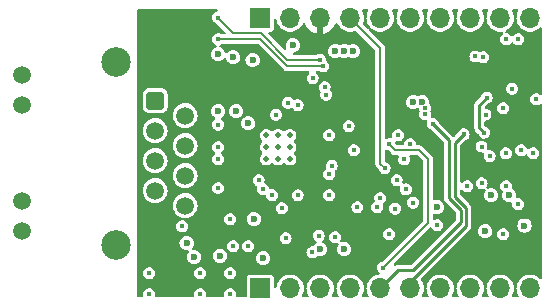
<source format=gbr>
%TF.GenerationSoftware,KiCad,Pcbnew,8.0.9-8.0.9-0~ubuntu22.04.1*%
%TF.CreationDate,2025-04-29T10:25:46+09:00*%
%TF.ProjectId,CANGatewayE,43414e47-6174-4657-9761-79452e6b6963,rev?*%
%TF.SameCoordinates,Original*%
%TF.FileFunction,Copper,L3,Inr*%
%TF.FilePolarity,Positive*%
%FSLAX46Y46*%
G04 Gerber Fmt 4.6, Leading zero omitted, Abs format (unit mm)*
G04 Created by KiCad (PCBNEW 8.0.9-8.0.9-0~ubuntu22.04.1) date 2025-04-29 10:25:46*
%MOMM*%
%LPD*%
G01*
G04 APERTURE LIST*
G04 Aperture macros list*
%AMRoundRect*
0 Rectangle with rounded corners*
0 $1 Rounding radius*
0 $2 $3 $4 $5 $6 $7 $8 $9 X,Y pos of 4 corners*
0 Add a 4 corners polygon primitive as box body*
4,1,4,$2,$3,$4,$5,$6,$7,$8,$9,$2,$3,0*
0 Add four circle primitives for the rounded corners*
1,1,$1+$1,$2,$3*
1,1,$1+$1,$4,$5*
1,1,$1+$1,$6,$7*
1,1,$1+$1,$8,$9*
0 Add four rect primitives between the rounded corners*
20,1,$1+$1,$2,$3,$4,$5,0*
20,1,$1+$1,$4,$5,$6,$7,0*
20,1,$1+$1,$6,$7,$8,$9,0*
20,1,$1+$1,$8,$9,$2,$3,0*%
G04 Aperture macros list end*
%TA.AperFunction,ComponentPad*%
%ADD10C,2.500000*%
%TD*%
%TA.AperFunction,ComponentPad*%
%ADD11C,1.500000*%
%TD*%
%TA.AperFunction,ComponentPad*%
%ADD12RoundRect,0.250500X-0.499500X0.499500X-0.499500X-0.499500X0.499500X-0.499500X0.499500X0.499500X0*%
%TD*%
%TA.AperFunction,ComponentPad*%
%ADD13C,0.500000*%
%TD*%
%TA.AperFunction,ComponentPad*%
%ADD14R,1.700000X1.700000*%
%TD*%
%TA.AperFunction,ComponentPad*%
%ADD15O,1.700000X1.700000*%
%TD*%
%TA.AperFunction,ViaPad*%
%ADD16C,0.400000*%
%TD*%
%TA.AperFunction,ViaPad*%
%ADD17C,0.600000*%
%TD*%
%TA.AperFunction,Conductor*%
%ADD18C,0.200000*%
%TD*%
%TA.AperFunction,Conductor*%
%ADD19C,0.250000*%
%TD*%
G04 APERTURE END LIST*
D10*
%TO.N,Net-(JP1-A)*%
%TO.C,J5*%
X13200000Y4960000D03*
X13200000Y20450000D03*
D11*
%TO.N,/Ethernet/LED1*%
X5250000Y6080000D03*
%TO.N,Net-(J5-Pad11)*%
X5250000Y8620000D03*
%TO.N,Net-(J5-Pad10)*%
X5250000Y16790000D03*
%TO.N,/Ethernet/LED2*%
X5250000Y19330000D03*
%TO.N,Net-(JP1-A)*%
X19050000Y8265000D03*
%TO.N,unconnected-(J5-NC-Pad7)*%
X16510000Y9525000D03*
%TO.N,Net-(J5-RD-)*%
X19050000Y10805000D03*
%TO.N,Net-(J5-RCT)*%
X16510000Y12065000D03*
X19050000Y13345000D03*
%TO.N,Net-(J5-RD+)*%
X16510000Y14605000D03*
%TO.N,Net-(J5-TD-)*%
X19050000Y15885000D03*
D12*
%TO.N,Net-(J5-TD+)*%
X16510000Y17145000D03*
%TD*%
D13*
%TO.N,GND*%
%TO.C,U2*%
X25916000Y12208000D03*
X26916000Y12208000D03*
X27916000Y12208000D03*
X25916000Y13208000D03*
X26916000Y13208000D03*
X27916000Y13208000D03*
X25916000Y14208000D03*
X26916000Y14208000D03*
X27916000Y14208000D03*
%TD*%
D14*
%TO.N,/SPI3_MOSI*%
%TO.C,J3*%
X25400000Y1270000D03*
D15*
%TO.N,/SPI3_MISO*%
X27940000Y1270000D03*
%TO.N,/SPI3_SCK*%
X30480000Y1270000D03*
%TO.N,/SPI3_CS*%
X33020000Y1270000D03*
%TO.N,/VCP_TX*%
X35560000Y1270000D03*
%TO.N,/VCP_RX*%
X38100000Y1270000D03*
%TO.N,/CAN1_RD*%
X40640000Y1270000D03*
%TO.N,/CAN1_TD*%
X43180000Y1270000D03*
%TO.N,/CAN/CAN1_L*%
X45720000Y1270000D03*
%TO.N,/CAN/CAN1_H*%
X48260000Y1270000D03*
%TD*%
D14*
%TO.N,GND*%
%TO.C,J4*%
X25400000Y24130000D03*
D15*
%TO.N,/Connector/VIN*%
X27940000Y24130000D03*
%TO.N,+3.3V*%
X30480000Y24130000D03*
%TO.N,/NRST*%
X33020000Y24130000D03*
%TO.N,/SWDIO*%
X35560000Y24130000D03*
%TO.N,/SWCLK*%
X38100000Y24130000D03*
%TO.N,/CAN2_RD*%
X40640000Y24130000D03*
%TO.N,/CAN2_TD*%
X43180000Y24130000D03*
%TO.N,/CAN/CAN2_L*%
X45720000Y24130000D03*
%TO.N,/CAN/CAN2_H*%
X48260000Y24130000D03*
%TD*%
D16*
%TO.N,Net-(U1-PH0)*%
X37742001Y9635300D03*
%TO.N,GND*%
X27559000Y5495902D03*
X22860000Y7112000D03*
D17*
X33274000Y21336000D03*
D16*
X40386000Y6604000D03*
X20320000Y2540000D03*
D17*
X19812000Y3902000D03*
D16*
X22860000Y762000D03*
X38354000Y8509000D03*
X27247771Y8035886D03*
D17*
X21844000Y16256000D03*
D16*
X24384000Y4826000D03*
X33638779Y8126708D03*
X39370000Y16002000D03*
D17*
X40386000Y8128000D03*
X31750000Y21336000D03*
X38354000Y17018000D03*
X28168000Y21844000D03*
D16*
X16002000Y2540000D03*
D17*
X32512000Y4572000D03*
X44958000Y9144000D03*
D16*
X22860000Y2540000D03*
D17*
X46482000Y9144000D03*
D16*
X20320000Y762000D03*
X16002000Y762000D03*
X37084000Y14224000D03*
D17*
X19177000Y5080000D03*
X23114000Y20828000D03*
D16*
X31750000Y5588000D03*
D17*
X24885276Y7130000D03*
D16*
X36957000Y10414000D03*
X30353000Y5715000D03*
D17*
X32512000Y21336000D03*
X23368000Y16256000D03*
X21844000Y21082000D03*
X44450000Y6096000D03*
D16*
X28575000Y16764000D03*
D17*
X25654000Y3810000D03*
D16*
X46228000Y9906000D03*
D17*
X30480000Y4572000D03*
X39116000Y17018000D03*
D16*
X47498000Y12954000D03*
X37592000Y12164000D03*
X28575000Y9144000D03*
X39370000Y16510000D03*
X33330000Y12954000D03*
D17*
X24765000Y20574000D03*
D16*
X23114000Y4826000D03*
%TO.N,Net-(U1-PH1)*%
X36830000Y8001000D03*
%TO.N,Net-(C4-Pad1)*%
X29845000Y19050000D03*
D17*
%TO.N,+3.3V*%
X26924000Y19558000D03*
D16*
X38862000Y20828000D03*
X29972000Y17018000D03*
X34294000Y16764000D03*
X35024000Y4064000D03*
X33494257Y5914827D03*
D17*
X41910000Y19304000D03*
D16*
X34292000Y10922000D03*
D17*
X41910000Y20066000D03*
D16*
X34292000Y9144000D03*
D17*
X44450000Y22098000D03*
D16*
X41656000Y7620000D03*
D17*
X48768000Y7620000D03*
D16*
X38072000Y14732000D03*
X34290000Y12954000D03*
X34292000Y15367000D03*
X34292000Y14224000D03*
X28383103Y9714103D03*
%TO.N,Net-(J5-RCT)*%
X21842000Y13208000D03*
X21844000Y9744000D03*
X21842000Y12192000D03*
D17*
X24384000Y15240000D03*
D16*
X25273000Y10414000D03*
X21842000Y15113000D03*
%TO.N,/Ethernet/LED2*%
X25654000Y9652000D03*
X18796000Y6505000D03*
D17*
X22000000Y4000000D03*
D16*
%TO.N,/Ethernet/LED1*%
X26416000Y9144000D03*
%TO.N,/MCU/BOOT0*%
X38104000Y13462000D03*
%TO.N,/RMII_MDIO*%
X32891000Y14986000D03*
%TO.N,/RMII_RXD0*%
X31240000Y10922000D03*
%TO.N,/RMII_RXD1*%
X31240000Y9144000D03*
%TO.N,/RMII_CRS_DV*%
X31240000Y14224000D03*
X31466001Y11634381D03*
%TO.N,/RMII_REF_CLK*%
X35556000Y8886000D03*
%TO.N,/CAN/CAN1_H*%
X45972000Y5842000D03*
%TO.N,/CAN/CAN2_H*%
X47246000Y22352000D03*
%TO.N,Net-(R20-Pad2)*%
X46736001Y18150855D03*
X46228000Y22352000D03*
%TO.N,/CAN/CAN2_L*%
X44483999Y15967919D03*
D17*
%TO.N,/CAN/CAN1_L*%
X47783000Y6573000D03*
D16*
%TO.N,/SPI3_SCK*%
X35814000Y3010000D03*
X36322000Y13462000D03*
%TO.N,/RMII_TX_EN*%
X26741646Y15952396D03*
%TO.N,/VCP_TX*%
X40048810Y15163346D03*
%TO.N,/VCP_RX*%
X42628287Y14289147D03*
%TO.N,/RMII_MDC*%
X35306000Y8128000D03*
%TO.N,/CAN2_TD*%
X44306000Y20828000D03*
%TO.N,/RMII_TXD0*%
X30988000Y17653000D03*
%TO.N,/SPI3_CS*%
X29830880Y4310000D03*
%TO.N,/MCU/PC7*%
X21844000Y22352000D03*
X30734000Y20066000D03*
%TO.N,/CAN1_TD*%
X44144650Y13259350D03*
X44146499Y10153910D03*
%TO.N,/CAN2_RD*%
X43625768Y20890232D03*
%TO.N,/CAN1_RD*%
X46212182Y12684182D03*
%TO.N,/RMII_TXD1*%
X30861000Y18288000D03*
%TO.N,/MCU/PC8*%
X30465671Y20602658D03*
X21846000Y24172000D03*
%TO.N,+5V*%
X47244000Y8382000D03*
X45974000Y16510000D03*
%TO.N,Net-(C5-Pad1)*%
X42926000Y9906000D03*
%TO.N,/NRST*%
X36322000Y5842000D03*
X27746625Y16957375D03*
X35952000Y11430000D03*
%TO.N,Net-(JP2-B)*%
X44831000Y12446000D03*
%TO.N,Net-(JP3-B)*%
X48514000Y12700000D03*
%TO.N,Net-(JP4-B)*%
X48768000Y17272000D03*
%TO.N,Net-(JP5-B)*%
X44577000Y17399000D03*
X44395000Y14441409D03*
%TD*%
D18*
%TO.N,/SPI3_SCK*%
X39624000Y12192000D02*
X38862000Y12954000D01*
X36830000Y12954000D02*
X36322000Y13462000D01*
X38862000Y12954000D02*
X36830000Y12954000D01*
X39624000Y6820000D02*
X39624000Y12192000D01*
X35814000Y3010000D02*
X39624000Y6820000D01*
D19*
%TO.N,/VCP_TX*%
X42401000Y7891000D02*
X42401000Y6841000D01*
X41402000Y8890000D02*
X42401000Y7891000D01*
X41402000Y13810156D02*
X41402000Y8890000D01*
X37084000Y2794000D02*
X35560000Y1270000D01*
X38354000Y2794000D02*
X37084000Y2794000D01*
X42401000Y6841000D02*
X38354000Y2794000D01*
X40048810Y15163346D02*
X41402000Y13810156D01*
%TO.N,/VCP_RX*%
X42628287Y14289147D02*
X41910000Y13570860D01*
X42851000Y8077396D02*
X42851000Y6529000D01*
X41910000Y13570860D02*
X41910000Y9018396D01*
X42851000Y6529000D02*
X38100000Y1778000D01*
X41910000Y9018396D02*
X42851000Y8077396D01*
X38100000Y1778000D02*
X38100000Y1270000D01*
D18*
%TO.N,/MCU/PC7*%
X25400000Y22352000D02*
X21844000Y22352000D01*
X27686000Y20066000D02*
X25400000Y22352000D01*
X30734000Y20066000D02*
X27686000Y20066000D01*
%TO.N,/MCU/PC8*%
X21846000Y24128000D02*
X21846000Y24172000D01*
X23114000Y22860000D02*
X21846000Y24128000D01*
X30465671Y20602658D02*
X27715028Y20602658D01*
X27715028Y20602658D02*
X25457686Y22860000D01*
X25457686Y22860000D02*
X23114000Y22860000D01*
%TO.N,/NRST*%
X35952000Y11430000D02*
X35560000Y11822000D01*
X35560000Y11822000D02*
X35560000Y21590000D01*
X35560000Y21590000D02*
X33020000Y24130000D01*
D19*
%TO.N,Net-(JP5-B)*%
X44395000Y14441409D02*
X43959000Y14877409D01*
X43959000Y14877409D02*
X43959000Y16781000D01*
X43959000Y16781000D02*
X44577000Y17399000D01*
%TD*%
%TA.AperFunction,Conductor*%
%TO.N,+3.3V*%
G36*
X21751729Y24879815D02*
G01*
X21797484Y24827011D01*
X21807428Y24757853D01*
X21778403Y24694297D01*
X21719625Y24656523D01*
X21719624Y24656523D01*
X21635949Y24631955D01*
X21514873Y24554144D01*
X21420623Y24445374D01*
X21420622Y24445372D01*
X21360834Y24314457D01*
X21340353Y24172000D01*
X21360834Y24029544D01*
X21403095Y23937007D01*
X21420623Y23898627D01*
X21514872Y23789857D01*
X21635947Y23712047D01*
X21689971Y23696185D01*
X21742718Y23664889D01*
X22443426Y22964181D01*
X22476911Y22902858D01*
X22471927Y22833166D01*
X22430055Y22777233D01*
X22364591Y22752816D01*
X22355745Y22752500D01*
X22182974Y22752500D01*
X22115936Y22772184D01*
X22054050Y22811955D01*
X21915963Y22852500D01*
X21915961Y22852500D01*
X21772039Y22852500D01*
X21772036Y22852500D01*
X21633949Y22811955D01*
X21512873Y22734144D01*
X21418623Y22625374D01*
X21418622Y22625372D01*
X21358834Y22494457D01*
X21338353Y22352000D01*
X21358834Y22209544D01*
X21406690Y22104757D01*
X21418623Y22078627D01*
X21512872Y21969857D01*
X21633947Y21892047D01*
X21645745Y21888583D01*
X21704524Y21850810D01*
X21733550Y21787255D01*
X21723609Y21718096D01*
X21677855Y21665291D01*
X21658266Y21655044D01*
X21541160Y21606537D01*
X21415718Y21510282D01*
X21319463Y21384840D01*
X21258956Y21238763D01*
X21258955Y21238761D01*
X21238318Y21082002D01*
X21238318Y21081999D01*
X21258955Y20925240D01*
X21258956Y20925238D01*
X21299232Y20828002D01*
X21319464Y20779159D01*
X21415718Y20653718D01*
X21541159Y20557464D01*
X21687238Y20496956D01*
X21765619Y20486637D01*
X21843999Y20476318D01*
X21844000Y20476318D01*
X21844001Y20476318D01*
X21896254Y20483198D01*
X22000762Y20496956D01*
X22146841Y20557464D01*
X22272282Y20653718D01*
X22312940Y20706706D01*
X22369368Y20747908D01*
X22439114Y20752063D01*
X22500034Y20717851D01*
X22525877Y20678672D01*
X22528955Y20671239D01*
X22528956Y20671238D01*
X22589464Y20525159D01*
X22685718Y20399718D01*
X22811159Y20303464D01*
X22957238Y20242956D01*
X23035619Y20232637D01*
X23113999Y20222318D01*
X23114000Y20222318D01*
X23114001Y20222318D01*
X23166254Y20229198D01*
X23270762Y20242956D01*
X23416841Y20303464D01*
X23542282Y20399718D01*
X23638536Y20525159D01*
X23658767Y20574002D01*
X24159318Y20574002D01*
X24159318Y20573999D01*
X24179955Y20417240D01*
X24179956Y20417238D01*
X24240464Y20271159D01*
X24336718Y20145718D01*
X24462159Y20049464D01*
X24608238Y19988956D01*
X24686619Y19978637D01*
X24764999Y19968318D01*
X24765000Y19968318D01*
X24765001Y19968318D01*
X24817254Y19975198D01*
X24921762Y19988956D01*
X25067841Y20049464D01*
X25193282Y20145718D01*
X25289536Y20271159D01*
X25350044Y20417238D01*
X25370682Y20574000D01*
X25350044Y20730762D01*
X25289536Y20876841D01*
X25193282Y21002282D01*
X25067841Y21098536D01*
X25060994Y21101372D01*
X24921762Y21159044D01*
X24921760Y21159045D01*
X24765001Y21179682D01*
X24764999Y21179682D01*
X24608239Y21159045D01*
X24608237Y21159044D01*
X24462160Y21098537D01*
X24336718Y21002282D01*
X24240463Y20876840D01*
X24179956Y20730763D01*
X24179955Y20730761D01*
X24159318Y20574002D01*
X23658767Y20574002D01*
X23699044Y20671238D01*
X23717775Y20813515D01*
X23719682Y20827999D01*
X23719682Y20828002D01*
X23699044Y20984761D01*
X23699044Y20984762D01*
X23638536Y21130841D01*
X23542282Y21256282D01*
X23416841Y21352536D01*
X23368052Y21372745D01*
X23270762Y21413044D01*
X23270760Y21413045D01*
X23114001Y21433682D01*
X23113999Y21433682D01*
X22957239Y21413045D01*
X22957237Y21413044D01*
X22811160Y21352537D01*
X22779835Y21328500D01*
X22685718Y21256282D01*
X22685716Y21256281D01*
X22685715Y21256279D01*
X22645057Y21203294D01*
X22588629Y21162092D01*
X22518883Y21157939D01*
X22457963Y21192152D01*
X22432122Y21231330D01*
X22429043Y21238763D01*
X22368536Y21384841D01*
X22272282Y21510282D01*
X22146841Y21606536D01*
X22146839Y21606537D01*
X22029733Y21655044D01*
X21975330Y21698885D01*
X21953265Y21765179D01*
X21970544Y21832879D01*
X22021682Y21880489D01*
X22042256Y21888583D01*
X22054050Y21892046D01*
X22054051Y21892046D01*
X22115936Y21931816D01*
X22182974Y21951500D01*
X25182745Y21951500D01*
X25249784Y21931815D01*
X25270426Y21915181D01*
X27440087Y19745520D01*
X27531412Y19692793D01*
X27633273Y19665500D01*
X29454677Y19665500D01*
X29521716Y19645815D01*
X29567471Y19593011D01*
X29577415Y19523853D01*
X29548390Y19460297D01*
X29521717Y19437185D01*
X29513874Y19432145D01*
X29419623Y19323374D01*
X29419622Y19323372D01*
X29359834Y19192457D01*
X29339353Y19050000D01*
X29359834Y18907544D01*
X29414201Y18788500D01*
X29419623Y18776627D01*
X29513872Y18667857D01*
X29634947Y18590047D01*
X29634950Y18590046D01*
X29634949Y18590046D01*
X29773036Y18549501D01*
X29773038Y18549500D01*
X29773039Y18549500D01*
X29916962Y18549500D01*
X29916962Y18549501D01*
X30055053Y18590047D01*
X30176128Y18667857D01*
X30270377Y18776627D01*
X30330165Y18907543D01*
X30350647Y19050000D01*
X30330165Y19192457D01*
X30270377Y19323373D01*
X30176128Y19432143D01*
X30176125Y19432145D01*
X30168283Y19437185D01*
X30122528Y19489989D01*
X30112585Y19559147D01*
X30141610Y19622703D01*
X30200389Y19660477D01*
X30235323Y19665500D01*
X30395026Y19665500D01*
X30462064Y19645816D01*
X30523949Y19606046D01*
X30662036Y19565501D01*
X30662038Y19565500D01*
X30662039Y19565500D01*
X30805962Y19565500D01*
X30805962Y19565501D01*
X30944053Y19606047D01*
X31065128Y19683857D01*
X31159377Y19792627D01*
X31219165Y19923543D01*
X31239647Y20066000D01*
X31219165Y20208457D01*
X31159377Y20339373D01*
X31065128Y20448143D01*
X31051114Y20457149D01*
X31025954Y20473319D01*
X30980200Y20526124D01*
X30970257Y20595281D01*
X30971318Y20602658D01*
X30950836Y20745115D01*
X30891048Y20876031D01*
X30796799Y20984801D01*
X30675724Y21062611D01*
X30675722Y21062612D01*
X30675720Y21062613D01*
X30675721Y21062613D01*
X30537634Y21103158D01*
X30537632Y21103158D01*
X30393710Y21103158D01*
X30393707Y21103158D01*
X30255621Y21062613D01*
X30255619Y21062613D01*
X30193735Y21022842D01*
X30126697Y21003158D01*
X28273656Y21003158D01*
X28206617Y21022843D01*
X28160862Y21075647D01*
X28150918Y21144805D01*
X28179943Y21208361D01*
X28238721Y21246135D01*
X28257471Y21250097D01*
X28261888Y21250679D01*
X28324762Y21258956D01*
X28470841Y21319464D01*
X28492394Y21336002D01*
X31144318Y21336002D01*
X31144318Y21335999D01*
X31164955Y21179240D01*
X31164956Y21179238D01*
X31213264Y21062611D01*
X31225464Y21033159D01*
X31321718Y20907718D01*
X31447159Y20811464D01*
X31593238Y20750956D01*
X31637605Y20745115D01*
X31749999Y20730318D01*
X31750000Y20730318D01*
X31750001Y20730318D01*
X31802254Y20737198D01*
X31906762Y20750956D01*
X32052841Y20811464D01*
X32055514Y20813515D01*
X32058174Y20814544D01*
X32059876Y20815526D01*
X32060029Y20815261D01*
X32120683Y20838709D01*
X32189128Y20824671D01*
X32206486Y20813515D01*
X32209159Y20811464D01*
X32209161Y20811464D01*
X32209163Y20811462D01*
X32282198Y20781210D01*
X32355238Y20750956D01*
X32399605Y20745115D01*
X32511999Y20730318D01*
X32512000Y20730318D01*
X32512001Y20730318D01*
X32564254Y20737198D01*
X32668762Y20750956D01*
X32814841Y20811464D01*
X32817514Y20813515D01*
X32820174Y20814544D01*
X32821876Y20815526D01*
X32822029Y20815261D01*
X32882683Y20838709D01*
X32951128Y20824671D01*
X32968486Y20813515D01*
X32971159Y20811464D01*
X32971161Y20811464D01*
X32971163Y20811462D01*
X33044198Y20781210D01*
X33117238Y20750956D01*
X33161605Y20745115D01*
X33273999Y20730318D01*
X33274000Y20730318D01*
X33274001Y20730318D01*
X33326254Y20737198D01*
X33430762Y20750956D01*
X33576841Y20811464D01*
X33702282Y20907718D01*
X33798536Y21033159D01*
X33859044Y21179238D01*
X33879682Y21336000D01*
X33874844Y21372745D01*
X33859044Y21492761D01*
X33859044Y21492762D01*
X33798536Y21638841D01*
X33702282Y21764282D01*
X33576841Y21860536D01*
X33528670Y21880489D01*
X33430762Y21921044D01*
X33430760Y21921045D01*
X33274001Y21941682D01*
X33273999Y21941682D01*
X33117239Y21921045D01*
X33117237Y21921044D01*
X32971156Y21860536D01*
X32968481Y21858482D01*
X32965816Y21857453D01*
X32964119Y21856472D01*
X32963966Y21856737D01*
X32903311Y21833291D01*
X32834866Y21847334D01*
X32817519Y21858482D01*
X32814843Y21860536D01*
X32668762Y21921044D01*
X32668760Y21921045D01*
X32512001Y21941682D01*
X32511999Y21941682D01*
X32355239Y21921045D01*
X32355237Y21921044D01*
X32209156Y21860536D01*
X32206481Y21858482D01*
X32203816Y21857453D01*
X32202119Y21856472D01*
X32201966Y21856737D01*
X32141311Y21833291D01*
X32072866Y21847334D01*
X32055519Y21858482D01*
X32052843Y21860536D01*
X31906762Y21921044D01*
X31906760Y21921045D01*
X31750001Y21941682D01*
X31749999Y21941682D01*
X31593239Y21921045D01*
X31593237Y21921044D01*
X31447160Y21860537D01*
X31321718Y21764282D01*
X31225463Y21638840D01*
X31164956Y21492763D01*
X31164955Y21492761D01*
X31144318Y21336002D01*
X28492394Y21336002D01*
X28596282Y21415718D01*
X28692536Y21541159D01*
X28753044Y21687238D01*
X28773682Y21844000D01*
X28772785Y21850810D01*
X28753044Y22000761D01*
X28753044Y22000762D01*
X28692536Y22146841D01*
X28596282Y22272282D01*
X28470841Y22368536D01*
X28324762Y22429044D01*
X28324760Y22429045D01*
X28168001Y22449682D01*
X28167999Y22449682D01*
X28011239Y22429045D01*
X28011237Y22429044D01*
X27865160Y22368537D01*
X27739718Y22272282D01*
X27643463Y22146840D01*
X27582956Y22000763D01*
X27582955Y22000761D01*
X27562318Y21844002D01*
X27562318Y21843999D01*
X27582955Y21687240D01*
X27582957Y21687235D01*
X27617420Y21604033D01*
X27624889Y21534564D01*
X27593613Y21472085D01*
X27533524Y21436433D01*
X27463699Y21438927D01*
X27415178Y21468900D01*
X26883317Y22000761D01*
X26116259Y22767820D01*
X26082774Y22829143D01*
X26087758Y22898835D01*
X26129630Y22954768D01*
X26195094Y22979185D01*
X26203940Y22979501D01*
X26294856Y22979501D01*
X26294864Y22979501D01*
X26294879Y22979503D01*
X26294882Y22979503D01*
X26319987Y22982414D01*
X26319988Y22982415D01*
X26319991Y22982415D01*
X26422765Y23027794D01*
X26502206Y23107235D01*
X26547585Y23210009D01*
X26550500Y23235135D01*
X26550499Y23973954D01*
X26570183Y24040991D01*
X26622987Y24086746D01*
X26692146Y24096690D01*
X26755702Y24067665D01*
X26793476Y24008887D01*
X26797970Y23985394D01*
X26802454Y23937007D01*
X26804244Y23917690D01*
X26857675Y23729901D01*
X26862596Y23712608D01*
X26862596Y23712606D01*
X26957632Y23521747D01*
X27062331Y23383105D01*
X27086128Y23351593D01*
X27243698Y23207948D01*
X27424981Y23095702D01*
X27623802Y23018679D01*
X27833390Y22979500D01*
X27833392Y22979500D01*
X28046608Y22979500D01*
X28046610Y22979500D01*
X28256198Y23018679D01*
X28455019Y23095702D01*
X28636302Y23207948D01*
X28793872Y23351593D01*
X28922366Y23521745D01*
X28989325Y23656219D01*
X29036825Y23707452D01*
X29104488Y23724874D01*
X29170828Y23702949D01*
X29212705Y23653349D01*
X29306399Y23452422D01*
X29441894Y23258918D01*
X29608917Y23091895D01*
X29802421Y22956400D01*
X30016507Y22856571D01*
X30016516Y22856567D01*
X30230000Y22799366D01*
X30230000Y23696988D01*
X30287007Y23664075D01*
X30414174Y23630000D01*
X30545826Y23630000D01*
X30672993Y23664075D01*
X30730000Y23696988D01*
X30730000Y22799367D01*
X30943483Y22856567D01*
X30943492Y22856571D01*
X31157578Y22956400D01*
X31351082Y23091895D01*
X31518105Y23258918D01*
X31653600Y23452422D01*
X31747294Y23653349D01*
X31793466Y23705788D01*
X31860660Y23724940D01*
X31927541Y23704724D01*
X31970676Y23656215D01*
X32037632Y23521747D01*
X32142331Y23383105D01*
X32166128Y23351593D01*
X32323698Y23207948D01*
X32504981Y23095702D01*
X32703802Y23018679D01*
X32913390Y22979500D01*
X32913392Y22979500D01*
X33126608Y22979500D01*
X33126610Y22979500D01*
X33336198Y23018679D01*
X33425720Y23053361D01*
X33495342Y23059222D01*
X33557082Y23026512D01*
X33558193Y23025414D01*
X35123181Y21460426D01*
X35156666Y21399103D01*
X35159500Y21372745D01*
X35159500Y11874727D01*
X35159500Y11769273D01*
X35169475Y11732046D01*
X35186793Y11667411D01*
X35217235Y11614684D01*
X35239520Y11576087D01*
X35427370Y11388238D01*
X35460854Y11326917D01*
X35462426Y11318206D01*
X35466834Y11287547D01*
X35466835Y11287542D01*
X35526622Y11156629D01*
X35526623Y11156627D01*
X35620872Y11047857D01*
X35741947Y10970047D01*
X35741950Y10970046D01*
X35741949Y10970046D01*
X35880036Y10929501D01*
X35880038Y10929500D01*
X35880039Y10929500D01*
X36023962Y10929500D01*
X36023962Y10929501D01*
X36162053Y10970047D01*
X36283128Y11047857D01*
X36377377Y11156627D01*
X36437165Y11287543D01*
X36457647Y11430000D01*
X36437165Y11572457D01*
X36377377Y11703373D01*
X36283128Y11812143D01*
X36162053Y11889953D01*
X36162050Y11889955D01*
X36049565Y11922983D01*
X35990787Y11960757D01*
X35961762Y12024313D01*
X35960500Y12041960D01*
X35960500Y12880871D01*
X35980185Y12947910D01*
X36032989Y12993665D01*
X36102147Y13003609D01*
X36119434Y12999848D01*
X36228262Y12967894D01*
X36281009Y12936598D01*
X36509519Y12708088D01*
X36509520Y12708087D01*
X36584087Y12633520D01*
X36675413Y12580793D01*
X36777273Y12553500D01*
X37026708Y12553500D01*
X37093747Y12533815D01*
X37139502Y12481011D01*
X37149446Y12411853D01*
X37139502Y12377989D01*
X37106835Y12306459D01*
X37106834Y12306458D01*
X37086353Y12164000D01*
X37106834Y12021544D01*
X37141563Y11945500D01*
X37166623Y11890627D01*
X37260872Y11781857D01*
X37381947Y11704047D01*
X37381950Y11704046D01*
X37381949Y11704046D01*
X37520036Y11663501D01*
X37520038Y11663500D01*
X37520039Y11663500D01*
X37663962Y11663500D01*
X37663962Y11663501D01*
X37771121Y11694965D01*
X37802050Y11704046D01*
X37802050Y11704047D01*
X37802053Y11704047D01*
X37923128Y11781857D01*
X38017377Y11890627D01*
X38077165Y12021543D01*
X38097647Y12164000D01*
X38077165Y12306457D01*
X38064378Y12334457D01*
X38044498Y12377989D01*
X38034554Y12447147D01*
X38063579Y12510703D01*
X38122357Y12548477D01*
X38157292Y12553500D01*
X38644745Y12553500D01*
X38711784Y12533815D01*
X38732426Y12517181D01*
X39187181Y12062427D01*
X39220666Y12001104D01*
X39223500Y11974746D01*
X39223500Y7037255D01*
X39203815Y6970216D01*
X39187181Y6949574D01*
X35773009Y3535403D01*
X35720263Y3504107D01*
X35603949Y3469955D01*
X35482873Y3392144D01*
X35388623Y3283374D01*
X35388622Y3283372D01*
X35328834Y3152457D01*
X35308353Y3010000D01*
X35328834Y2867544D01*
X35353573Y2813374D01*
X35388623Y2736627D01*
X35482872Y2627857D01*
X35482873Y2627857D01*
X35488680Y2621155D01*
X35486950Y2619657D01*
X35517956Y2571406D01*
X35517953Y2501537D01*
X35480176Y2442760D01*
X35421763Y2414588D01*
X35357370Y2402551D01*
X35243802Y2381321D01*
X35243800Y2381321D01*
X35243798Y2381320D01*
X35044982Y2304299D01*
X35044980Y2304298D01*
X34863699Y2192053D01*
X34706127Y2048407D01*
X34577632Y1878254D01*
X34482596Y1687395D01*
X34482596Y1687393D01*
X34424244Y1482311D01*
X34413471Y1366049D01*
X34387685Y1301112D01*
X34343130Y1269196D01*
X34379503Y1248332D01*
X34411693Y1186319D01*
X34413471Y1173952D01*
X34424244Y1057690D01*
X34482596Y852608D01*
X34482596Y852606D01*
X34568658Y679771D01*
X34580919Y610986D01*
X34554046Y546491D01*
X34496570Y506764D01*
X34457658Y500500D01*
X34122342Y500500D01*
X34055303Y520185D01*
X34009548Y572989D01*
X33999604Y642147D01*
X34011342Y679771D01*
X34097403Y852606D01*
X34097403Y852607D01*
X34097405Y852611D01*
X34155756Y1057690D01*
X34166529Y1173953D01*
X34192315Y1238889D01*
X34236869Y1270806D01*
X34200497Y1291669D01*
X34168307Y1353682D01*
X34166529Y1366049D01*
X34163175Y1402241D01*
X34155756Y1482310D01*
X34097405Y1687389D01*
X34097403Y1687394D01*
X34097403Y1687395D01*
X34002367Y1878254D01*
X33873872Y2048407D01*
X33838238Y2080892D01*
X33716302Y2192052D01*
X33535019Y2304298D01*
X33535017Y2304299D01*
X33369293Y2368500D01*
X33336198Y2381321D01*
X33126610Y2420500D01*
X32913390Y2420500D01*
X32703802Y2381321D01*
X32703799Y2381321D01*
X32703799Y2381320D01*
X32504982Y2304299D01*
X32504980Y2304298D01*
X32323699Y2192053D01*
X32166127Y2048407D01*
X32037632Y1878254D01*
X31942596Y1687395D01*
X31942596Y1687393D01*
X31884244Y1482311D01*
X31873471Y1366049D01*
X31847685Y1301112D01*
X31803130Y1269196D01*
X31839503Y1248332D01*
X31871693Y1186319D01*
X31873471Y1173952D01*
X31884244Y1057690D01*
X31942596Y852608D01*
X31942596Y852606D01*
X32028658Y679771D01*
X32040919Y610986D01*
X32014046Y546491D01*
X31956570Y506764D01*
X31917658Y500500D01*
X31582342Y500500D01*
X31515303Y520185D01*
X31469548Y572989D01*
X31459604Y642147D01*
X31471342Y679771D01*
X31557403Y852606D01*
X31557403Y852607D01*
X31557405Y852611D01*
X31615756Y1057690D01*
X31626529Y1173953D01*
X31652315Y1238889D01*
X31696869Y1270806D01*
X31660497Y1291669D01*
X31628307Y1353682D01*
X31626529Y1366049D01*
X31623175Y1402241D01*
X31615756Y1482310D01*
X31557405Y1687389D01*
X31557403Y1687394D01*
X31557403Y1687395D01*
X31462367Y1878254D01*
X31333872Y2048407D01*
X31298238Y2080892D01*
X31176302Y2192052D01*
X30995019Y2304298D01*
X30995017Y2304299D01*
X30829293Y2368500D01*
X30796198Y2381321D01*
X30586610Y2420500D01*
X30373390Y2420500D01*
X30163802Y2381321D01*
X30163799Y2381321D01*
X30163799Y2381320D01*
X29964982Y2304299D01*
X29964980Y2304298D01*
X29783699Y2192053D01*
X29626127Y2048407D01*
X29497632Y1878254D01*
X29402596Y1687395D01*
X29402596Y1687393D01*
X29344244Y1482311D01*
X29333471Y1366049D01*
X29307685Y1301112D01*
X29263130Y1269196D01*
X29299503Y1248332D01*
X29331693Y1186319D01*
X29333471Y1173952D01*
X29344244Y1057690D01*
X29402596Y852608D01*
X29402596Y852606D01*
X29488658Y679771D01*
X29500919Y610986D01*
X29474046Y546491D01*
X29416570Y506764D01*
X29377658Y500500D01*
X29042342Y500500D01*
X28975303Y520185D01*
X28929548Y572989D01*
X28919604Y642147D01*
X28931342Y679771D01*
X29017403Y852606D01*
X29017403Y852607D01*
X29017405Y852611D01*
X29075756Y1057690D01*
X29086529Y1173953D01*
X29112315Y1238889D01*
X29156869Y1270806D01*
X29120497Y1291669D01*
X29088307Y1353682D01*
X29086529Y1366049D01*
X29083175Y1402241D01*
X29075756Y1482310D01*
X29017405Y1687389D01*
X29017403Y1687394D01*
X29017403Y1687395D01*
X28922367Y1878254D01*
X28793872Y2048407D01*
X28758238Y2080892D01*
X28636302Y2192052D01*
X28455019Y2304298D01*
X28455017Y2304299D01*
X28289293Y2368500D01*
X28256198Y2381321D01*
X28046610Y2420500D01*
X27833390Y2420500D01*
X27623802Y2381321D01*
X27623799Y2381321D01*
X27623799Y2381320D01*
X27424982Y2304299D01*
X27424980Y2304298D01*
X27243699Y2192053D01*
X27086127Y2048407D01*
X26957632Y1878254D01*
X26862596Y1687395D01*
X26862596Y1687393D01*
X26804244Y1482311D01*
X26797970Y1414606D01*
X26772183Y1349669D01*
X26715383Y1308982D01*
X26645602Y1305462D01*
X26584995Y1340228D01*
X26552806Y1402241D01*
X26550499Y1426048D01*
X26550499Y2164857D01*
X26550499Y2164863D01*
X26550499Y2164864D01*
X26550497Y2164883D01*
X26547586Y2189988D01*
X26547585Y2189990D01*
X26547585Y2189991D01*
X26502206Y2292765D01*
X26422765Y2372206D01*
X26402124Y2381320D01*
X26319992Y2417585D01*
X26294865Y2420500D01*
X24505143Y2420500D01*
X24505117Y2420498D01*
X24480012Y2417587D01*
X24480008Y2417585D01*
X24377235Y2372207D01*
X24297794Y2292766D01*
X24252415Y2189994D01*
X24252415Y2189992D01*
X24252415Y2189991D01*
X24249500Y2164865D01*
X24249500Y1340228D01*
X24249501Y624500D01*
X24229816Y557461D01*
X24177013Y511706D01*
X24125501Y500500D01*
X23471153Y500500D01*
X23404114Y520185D01*
X23358359Y572989D01*
X23348415Y642147D01*
X23353824Y679771D01*
X23365647Y762000D01*
X23345165Y904457D01*
X23285377Y1035373D01*
X23191128Y1144143D01*
X23070053Y1221953D01*
X23070051Y1221954D01*
X23070049Y1221955D01*
X23070050Y1221955D01*
X22931963Y1262500D01*
X22931961Y1262500D01*
X22788039Y1262500D01*
X22788036Y1262500D01*
X22649949Y1221955D01*
X22528873Y1144144D01*
X22434623Y1035374D01*
X22434622Y1035372D01*
X22374834Y904457D01*
X22354353Y762000D01*
X22371585Y642147D01*
X22361641Y572988D01*
X22315886Y520184D01*
X22248847Y500500D01*
X20931153Y500500D01*
X20864114Y520185D01*
X20818359Y572989D01*
X20808415Y642147D01*
X20813824Y679771D01*
X20825647Y762000D01*
X20805165Y904457D01*
X20745377Y1035373D01*
X20651128Y1144143D01*
X20530053Y1221953D01*
X20530051Y1221954D01*
X20530049Y1221955D01*
X20530050Y1221955D01*
X20391963Y1262500D01*
X20391961Y1262500D01*
X20248039Y1262500D01*
X20248036Y1262500D01*
X20109949Y1221955D01*
X19988873Y1144144D01*
X19894623Y1035374D01*
X19894622Y1035372D01*
X19834834Y904457D01*
X19814353Y762000D01*
X19831585Y642147D01*
X19821641Y572988D01*
X19775886Y520184D01*
X19708847Y500500D01*
X16613153Y500500D01*
X16546114Y520185D01*
X16500359Y572989D01*
X16490415Y642147D01*
X16495824Y679771D01*
X16507647Y762000D01*
X16487165Y904457D01*
X16427377Y1035373D01*
X16333128Y1144143D01*
X16212053Y1221953D01*
X16212051Y1221954D01*
X16212049Y1221955D01*
X16212050Y1221955D01*
X16073963Y1262500D01*
X16073961Y1262500D01*
X15930039Y1262500D01*
X15930036Y1262500D01*
X15791949Y1221955D01*
X15670873Y1144144D01*
X15576623Y1035374D01*
X15576622Y1035372D01*
X15516834Y904457D01*
X15496353Y762000D01*
X15513585Y642147D01*
X15503641Y572988D01*
X15457886Y520184D01*
X15390847Y500500D01*
X15110000Y500500D01*
X15042961Y520185D01*
X14997206Y572989D01*
X14986000Y624500D01*
X14986000Y2540000D01*
X15496353Y2540000D01*
X15516834Y2397544D01*
X15564686Y2292765D01*
X15576623Y2266627D01*
X15670872Y2157857D01*
X15791947Y2080047D01*
X15791950Y2080046D01*
X15791949Y2080046D01*
X15930036Y2039501D01*
X15930038Y2039500D01*
X15930039Y2039500D01*
X16073962Y2039500D01*
X16073962Y2039501D01*
X16212053Y2080047D01*
X16333128Y2157857D01*
X16427377Y2266627D01*
X16487165Y2397543D01*
X16507647Y2540000D01*
X19814353Y2540000D01*
X19834834Y2397544D01*
X19882686Y2292765D01*
X19894623Y2266627D01*
X19988872Y2157857D01*
X20109947Y2080047D01*
X20109950Y2080046D01*
X20109949Y2080046D01*
X20248036Y2039501D01*
X20248038Y2039500D01*
X20248039Y2039500D01*
X20391962Y2039500D01*
X20391962Y2039501D01*
X20530053Y2080047D01*
X20651128Y2157857D01*
X20745377Y2266627D01*
X20805165Y2397543D01*
X20825647Y2540000D01*
X22354353Y2540000D01*
X22374834Y2397544D01*
X22422686Y2292765D01*
X22434623Y2266627D01*
X22528872Y2157857D01*
X22649947Y2080047D01*
X22649950Y2080046D01*
X22649949Y2080046D01*
X22788036Y2039501D01*
X22788038Y2039500D01*
X22788039Y2039500D01*
X22931962Y2039500D01*
X22931962Y2039501D01*
X23070053Y2080047D01*
X23191128Y2157857D01*
X23285377Y2266627D01*
X23345165Y2397543D01*
X23365647Y2540000D01*
X23345165Y2682457D01*
X23285377Y2813373D01*
X23191128Y2922143D01*
X23070053Y2999953D01*
X23070051Y2999954D01*
X23070049Y2999955D01*
X23070050Y2999955D01*
X22931963Y3040500D01*
X22931961Y3040500D01*
X22788039Y3040500D01*
X22788036Y3040500D01*
X22649949Y2999955D01*
X22528873Y2922144D01*
X22434623Y2813374D01*
X22434622Y2813372D01*
X22374834Y2682457D01*
X22354353Y2540000D01*
X20825647Y2540000D01*
X20805165Y2682457D01*
X20745377Y2813373D01*
X20651128Y2922143D01*
X20530053Y2999953D01*
X20530051Y2999954D01*
X20530049Y2999955D01*
X20530050Y2999955D01*
X20391963Y3040500D01*
X20391961Y3040500D01*
X20248039Y3040500D01*
X20248036Y3040500D01*
X20109949Y2999955D01*
X19988873Y2922144D01*
X19894623Y2813374D01*
X19894622Y2813372D01*
X19834834Y2682457D01*
X19814353Y2540000D01*
X16507647Y2540000D01*
X16487165Y2682457D01*
X16427377Y2813373D01*
X16333128Y2922143D01*
X16212053Y2999953D01*
X16212051Y2999954D01*
X16212049Y2999955D01*
X16212050Y2999955D01*
X16073963Y3040500D01*
X16073961Y3040500D01*
X15930039Y3040500D01*
X15930036Y3040500D01*
X15791949Y2999955D01*
X15670873Y2922144D01*
X15576623Y2813374D01*
X15576622Y2813372D01*
X15516834Y2682457D01*
X15496353Y2540000D01*
X14986000Y2540000D01*
X14986000Y5080002D01*
X18571318Y5080002D01*
X18571318Y5079999D01*
X18591955Y4923240D01*
X18591956Y4923238D01*
X18652464Y4777159D01*
X18748718Y4651718D01*
X18874159Y4555464D01*
X19020238Y4494956D01*
X19177000Y4474318D01*
X19233090Y4481703D01*
X19302123Y4470938D01*
X19354379Y4424559D01*
X19373265Y4357290D01*
X19352785Y4290489D01*
X19347650Y4283278D01*
X19287464Y4204843D01*
X19226956Y4058763D01*
X19226955Y4058761D01*
X19206318Y3902002D01*
X19206318Y3901999D01*
X19226955Y3745240D01*
X19226956Y3745238D01*
X19287464Y3599159D01*
X19383718Y3473718D01*
X19509159Y3377464D01*
X19655238Y3316956D01*
X19733619Y3306637D01*
X19811999Y3296318D01*
X19812000Y3296318D01*
X19812001Y3296318D01*
X19864254Y3303198D01*
X19968762Y3316956D01*
X20114841Y3377464D01*
X20240282Y3473718D01*
X20336536Y3599159D01*
X20397044Y3745238D01*
X20417682Y3902000D01*
X20409214Y3966318D01*
X20404780Y4000002D01*
X21394318Y4000002D01*
X21394318Y3999999D01*
X21414955Y3843240D01*
X21414956Y3843238D01*
X21475464Y3697159D01*
X21571718Y3571718D01*
X21697159Y3475464D01*
X21843238Y3414956D01*
X21921619Y3404637D01*
X21999999Y3394318D01*
X22000000Y3394318D01*
X22000001Y3394318D01*
X22052254Y3401198D01*
X22156762Y3414956D01*
X22302841Y3475464D01*
X22428282Y3571718D01*
X22524536Y3697159D01*
X22571277Y3810002D01*
X25048318Y3810002D01*
X25048318Y3809999D01*
X25068955Y3653240D01*
X25068956Y3653238D01*
X25129464Y3507159D01*
X25225718Y3381718D01*
X25351159Y3285464D01*
X25497238Y3224956D01*
X25538681Y3219500D01*
X25653999Y3204318D01*
X25654000Y3204318D01*
X25654001Y3204318D01*
X25706254Y3211198D01*
X25810762Y3224956D01*
X25956841Y3285464D01*
X26082282Y3381718D01*
X26178536Y3507159D01*
X26239044Y3653238D01*
X26259682Y3810000D01*
X26239044Y3966762D01*
X26178536Y4112841D01*
X26082282Y4238282D01*
X25988817Y4310000D01*
X29325233Y4310000D01*
X29345714Y4167544D01*
X29400554Y4047464D01*
X29405503Y4036627D01*
X29499752Y3927857D01*
X29620827Y3850047D01*
X29620830Y3850046D01*
X29620829Y3850046D01*
X29727987Y3818583D01*
X29757216Y3810000D01*
X29758916Y3809501D01*
X29758918Y3809500D01*
X29758919Y3809500D01*
X29902842Y3809500D01*
X29902842Y3809501D01*
X30010001Y3840965D01*
X30040930Y3850046D01*
X30040930Y3850047D01*
X30040933Y3850047D01*
X30162008Y3927857D01*
X30183718Y3952914D01*
X30242494Y3990689D01*
X30312363Y3990691D01*
X30322043Y3987277D01*
X30323236Y3986957D01*
X30323238Y3986956D01*
X30401619Y3976637D01*
X30479999Y3966318D01*
X30480000Y3966318D01*
X30480001Y3966318D01*
X30532254Y3973198D01*
X30636762Y3986956D01*
X30782841Y4047464D01*
X30908282Y4143718D01*
X31004536Y4269159D01*
X31065044Y4415238D01*
X31085682Y4572000D01*
X31065044Y4728762D01*
X31004536Y4874841D01*
X30908282Y5000282D01*
X30782841Y5096536D01*
X30775994Y5099372D01*
X30741261Y5113759D01*
X30716987Y5123814D01*
X30662585Y5167654D01*
X30640520Y5233948D01*
X30657799Y5301647D01*
X30683242Y5332090D01*
X30684119Y5332852D01*
X30684128Y5332857D01*
X30778377Y5441627D01*
X30838165Y5572543D01*
X30840387Y5588000D01*
X31244353Y5588000D01*
X31264834Y5445544D01*
X31324622Y5314629D01*
X31324623Y5314627D01*
X31418872Y5205857D01*
X31539947Y5128047D01*
X31539950Y5128046D01*
X31539949Y5128046D01*
X31678036Y5087501D01*
X31678038Y5087500D01*
X31678039Y5087500D01*
X31821961Y5087500D01*
X31881537Y5104993D01*
X31951407Y5104993D01*
X32010185Y5067219D01*
X32039210Y5003663D01*
X32029266Y4934505D01*
X32014849Y4910531D01*
X31987464Y4874842D01*
X31926956Y4728763D01*
X31926955Y4728761D01*
X31906318Y4572002D01*
X31906318Y4571999D01*
X31926955Y4415240D01*
X31926956Y4415238D01*
X31960383Y4334537D01*
X31987464Y4269159D01*
X32083718Y4143718D01*
X32209159Y4047464D01*
X32355238Y3986956D01*
X32433619Y3976637D01*
X32511999Y3966318D01*
X32512000Y3966318D01*
X32512001Y3966318D01*
X32564254Y3973198D01*
X32668762Y3986956D01*
X32814841Y4047464D01*
X32940282Y4143718D01*
X33036536Y4269159D01*
X33097044Y4415238D01*
X33117682Y4572000D01*
X33097044Y4728762D01*
X33036536Y4874841D01*
X32940282Y5000282D01*
X32814841Y5096536D01*
X32807994Y5099372D01*
X32668762Y5157044D01*
X32668760Y5157045D01*
X32512001Y5177682D01*
X32511999Y5177682D01*
X32355239Y5157045D01*
X32355234Y5157043D01*
X32335826Y5149004D01*
X32266356Y5141537D01*
X32203878Y5172813D01*
X32168227Y5232903D01*
X32170723Y5302728D01*
X32175573Y5315057D01*
X32235165Y5445543D01*
X32255647Y5588000D01*
X32235165Y5730457D01*
X32184224Y5842000D01*
X35816353Y5842000D01*
X35836834Y5699544D01*
X35894834Y5572544D01*
X35896623Y5568627D01*
X35990872Y5459857D01*
X36111947Y5382047D01*
X36111950Y5382046D01*
X36111949Y5382046D01*
X36250036Y5341501D01*
X36250038Y5341500D01*
X36250039Y5341500D01*
X36393962Y5341500D01*
X36393962Y5341501D01*
X36532053Y5382047D01*
X36653128Y5459857D01*
X36747377Y5568627D01*
X36807165Y5699543D01*
X36827647Y5842000D01*
X36807165Y5984457D01*
X36747377Y6115373D01*
X36653128Y6224143D01*
X36532053Y6301953D01*
X36532051Y6301954D01*
X36532049Y6301955D01*
X36532050Y6301955D01*
X36393963Y6342500D01*
X36393961Y6342500D01*
X36250039Y6342500D01*
X36250036Y6342500D01*
X36111949Y6301955D01*
X35990873Y6224144D01*
X35896623Y6115374D01*
X35896622Y6115372D01*
X35836834Y5984457D01*
X35816353Y5842000D01*
X32184224Y5842000D01*
X32175377Y5861373D01*
X32081128Y5970143D01*
X31960053Y6047953D01*
X31960051Y6047954D01*
X31960049Y6047955D01*
X31960050Y6047955D01*
X31821963Y6088500D01*
X31821961Y6088500D01*
X31678039Y6088500D01*
X31678036Y6088500D01*
X31539949Y6047955D01*
X31418873Y5970144D01*
X31324623Y5861374D01*
X31324622Y5861372D01*
X31264834Y5730457D01*
X31244353Y5588000D01*
X30840387Y5588000D01*
X30858647Y5715000D01*
X30838165Y5857457D01*
X30778377Y5988373D01*
X30684128Y6097143D01*
X30563053Y6174953D01*
X30563051Y6174954D01*
X30563049Y6174955D01*
X30563050Y6174955D01*
X30424963Y6215500D01*
X30424961Y6215500D01*
X30281039Y6215500D01*
X30281036Y6215500D01*
X30142949Y6174955D01*
X30021873Y6097144D01*
X29927623Y5988374D01*
X29927622Y5988372D01*
X29867834Y5857457D01*
X29847353Y5715000D01*
X29867834Y5572544D01*
X29925833Y5445546D01*
X29927623Y5441627D01*
X30021872Y5332857D01*
X30125635Y5266173D01*
X30171389Y5213370D01*
X30181333Y5144211D01*
X30152308Y5080656D01*
X30134082Y5063483D01*
X30051718Y5000283D01*
X29955466Y4874845D01*
X29954116Y4872505D01*
X29952459Y4870926D01*
X29950517Y4868394D01*
X29950122Y4868697D01*
X29903551Y4824287D01*
X29846726Y4810500D01*
X29758916Y4810500D01*
X29620829Y4769955D01*
X29499753Y4692144D01*
X29405503Y4583374D01*
X29405502Y4583372D01*
X29345714Y4452457D01*
X29325233Y4310000D01*
X25988817Y4310000D01*
X25956841Y4334536D01*
X25810762Y4395044D01*
X25810760Y4395045D01*
X25654001Y4415682D01*
X25653999Y4415682D01*
X25497239Y4395045D01*
X25497237Y4395044D01*
X25351160Y4334537D01*
X25225718Y4238282D01*
X25129463Y4112840D01*
X25068956Y3966763D01*
X25068955Y3966761D01*
X25048318Y3810002D01*
X22571277Y3810002D01*
X22585044Y3843238D01*
X22604456Y3990689D01*
X22605682Y3999999D01*
X22605682Y4000002D01*
X22585044Y4156761D01*
X22585044Y4156762D01*
X22524536Y4302841D01*
X22428282Y4428282D01*
X22302841Y4524536D01*
X22235023Y4552627D01*
X22156762Y4585044D01*
X22156760Y4585045D01*
X22000001Y4605682D01*
X21999999Y4605682D01*
X21843239Y4585045D01*
X21843237Y4585044D01*
X21697160Y4524537D01*
X21571718Y4428282D01*
X21475463Y4302840D01*
X21414956Y4156763D01*
X21414955Y4156761D01*
X21394318Y4000002D01*
X20404780Y4000002D01*
X20397044Y4058761D01*
X20397044Y4058762D01*
X20336536Y4204841D01*
X20240282Y4330282D01*
X20114841Y4426536D01*
X20073024Y4443857D01*
X19968762Y4487044D01*
X19968760Y4487045D01*
X19812001Y4507682D01*
X19811999Y4507682D01*
X19755910Y4500298D01*
X19686875Y4511064D01*
X19634619Y4557444D01*
X19615734Y4624713D01*
X19636215Y4691513D01*
X19641338Y4698709D01*
X19701536Y4777159D01*
X19721767Y4826000D01*
X22608353Y4826000D01*
X22628834Y4683544D01*
X22679776Y4571999D01*
X22688623Y4552627D01*
X22782872Y4443857D01*
X22903947Y4366047D01*
X22903950Y4366046D01*
X22903949Y4366046D01*
X23042036Y4325501D01*
X23042038Y4325500D01*
X23042039Y4325500D01*
X23185962Y4325500D01*
X23185962Y4325501D01*
X23324053Y4366047D01*
X23445128Y4443857D01*
X23539377Y4552627D01*
X23599165Y4683543D01*
X23619647Y4826000D01*
X23878353Y4826000D01*
X23898834Y4683544D01*
X23949776Y4571999D01*
X23958623Y4552627D01*
X24052872Y4443857D01*
X24173947Y4366047D01*
X24173950Y4366046D01*
X24173949Y4366046D01*
X24312036Y4325501D01*
X24312038Y4325500D01*
X24312039Y4325500D01*
X24455962Y4325500D01*
X24455962Y4325501D01*
X24594053Y4366047D01*
X24715128Y4443857D01*
X24809377Y4552627D01*
X24869165Y4683543D01*
X24889647Y4826000D01*
X24869165Y4968457D01*
X24809377Y5099373D01*
X24715128Y5208143D01*
X24594053Y5285953D01*
X24594051Y5285954D01*
X24594049Y5285955D01*
X24594050Y5285955D01*
X24455963Y5326500D01*
X24455961Y5326500D01*
X24312039Y5326500D01*
X24312036Y5326500D01*
X24173949Y5285955D01*
X24052873Y5208144D01*
X23958623Y5099374D01*
X23958622Y5099372D01*
X23898834Y4968457D01*
X23878353Y4826000D01*
X23619647Y4826000D01*
X23599165Y4968457D01*
X23539377Y5099373D01*
X23445128Y5208143D01*
X23324053Y5285953D01*
X23324051Y5285954D01*
X23324049Y5285955D01*
X23324050Y5285955D01*
X23185963Y5326500D01*
X23185961Y5326500D01*
X23042039Y5326500D01*
X23042036Y5326500D01*
X22903949Y5285955D01*
X22782873Y5208144D01*
X22688623Y5099374D01*
X22688622Y5099372D01*
X22628834Y4968457D01*
X22608353Y4826000D01*
X19721767Y4826000D01*
X19762044Y4923238D01*
X19782682Y5080000D01*
X19781694Y5087501D01*
X19763918Y5222529D01*
X19762044Y5236762D01*
X19701536Y5382841D01*
X19614781Y5495902D01*
X27053353Y5495902D01*
X27073834Y5353446D01*
X27104657Y5285955D01*
X27133623Y5222529D01*
X27227872Y5113759D01*
X27348947Y5035949D01*
X27348950Y5035948D01*
X27348949Y5035948D01*
X27487036Y4995403D01*
X27487038Y4995402D01*
X27487039Y4995402D01*
X27630962Y4995402D01*
X27630962Y4995403D01*
X27769053Y5035949D01*
X27890128Y5113759D01*
X27984377Y5222529D01*
X28044165Y5353445D01*
X28064647Y5495902D01*
X28044165Y5638359D01*
X27984377Y5769275D01*
X27890128Y5878045D01*
X27769053Y5955855D01*
X27769051Y5955856D01*
X27769049Y5955857D01*
X27769050Y5955857D01*
X27630963Y5996402D01*
X27630961Y5996402D01*
X27487039Y5996402D01*
X27487036Y5996402D01*
X27348949Y5955857D01*
X27227873Y5878046D01*
X27133623Y5769276D01*
X27133622Y5769274D01*
X27073834Y5638359D01*
X27053353Y5495902D01*
X19614781Y5495902D01*
X19605282Y5508282D01*
X19479841Y5604536D01*
X19333762Y5665044D01*
X19333760Y5665045D01*
X19177001Y5685682D01*
X19176999Y5685682D01*
X19020239Y5665045D01*
X19020237Y5665044D01*
X18874160Y5604537D01*
X18748718Y5508282D01*
X18652463Y5382840D01*
X18591956Y5236763D01*
X18591955Y5236761D01*
X18571318Y5080002D01*
X14986000Y5080002D01*
X14986000Y8265000D01*
X17994417Y8265000D01*
X18014699Y8059068D01*
X18037002Y7985544D01*
X18074768Y7861046D01*
X18172315Y7678550D01*
X18196997Y7648475D01*
X18303589Y7518590D01*
X18396693Y7442183D01*
X18463550Y7387315D01*
X18646046Y7289768D01*
X18783208Y7248161D01*
X18841647Y7209863D01*
X18870103Y7146051D01*
X18859543Y7076984D01*
X18813319Y7024590D01*
X18747213Y7005500D01*
X18724036Y7005500D01*
X18585949Y6964955D01*
X18464873Y6887144D01*
X18370623Y6778374D01*
X18370622Y6778372D01*
X18310834Y6647457D01*
X18290353Y6505000D01*
X18310834Y6362544D01*
X18338505Y6301955D01*
X18370623Y6231627D01*
X18464872Y6122857D01*
X18585947Y6045047D01*
X18585950Y6045046D01*
X18585949Y6045046D01*
X18724036Y6004501D01*
X18724038Y6004500D01*
X18724039Y6004500D01*
X18867962Y6004500D01*
X18867962Y6004501D01*
X19006053Y6045047D01*
X19127128Y6122857D01*
X19221377Y6231627D01*
X19281165Y6362543D01*
X19301647Y6505000D01*
X19281165Y6647457D01*
X19221377Y6778373D01*
X19127128Y6887143D01*
X19006053Y6964953D01*
X19006051Y6964954D01*
X19006049Y6964955D01*
X18996957Y6967625D01*
X18938180Y7005401D01*
X18909157Y7068958D01*
X18915346Y7112000D01*
X22354353Y7112000D01*
X22374834Y6969544D01*
X22417628Y6875841D01*
X22434623Y6838627D01*
X22528872Y6729857D01*
X22649947Y6652047D01*
X22649950Y6652046D01*
X22649949Y6652046D01*
X22788036Y6611501D01*
X22788038Y6611500D01*
X22788039Y6611500D01*
X22931962Y6611500D01*
X22931962Y6611501D01*
X23070053Y6652047D01*
X23191128Y6729857D01*
X23285377Y6838627D01*
X23345165Y6969543D01*
X23365647Y7112000D01*
X23363059Y7130002D01*
X24279594Y7130002D01*
X24279594Y7129999D01*
X24300231Y6973240D01*
X24300232Y6973238D01*
X24360740Y6827159D01*
X24456994Y6701718D01*
X24582435Y6605464D01*
X24728514Y6544956D01*
X24806895Y6534637D01*
X24885275Y6524318D01*
X24885276Y6524318D01*
X24885277Y6524318D01*
X24937530Y6531198D01*
X25042038Y6544956D01*
X25188117Y6605464D01*
X25313558Y6701718D01*
X25409812Y6827159D01*
X25470320Y6973238D01*
X25490958Y7130000D01*
X25480502Y7209418D01*
X25470320Y7286761D01*
X25470320Y7286762D01*
X25409812Y7432841D01*
X25313558Y7558282D01*
X25188117Y7654536D01*
X25166739Y7663391D01*
X25042038Y7715044D01*
X25042036Y7715045D01*
X24885277Y7735682D01*
X24885275Y7735682D01*
X24728515Y7715045D01*
X24728513Y7715044D01*
X24582436Y7654537D01*
X24456994Y7558282D01*
X24360739Y7432840D01*
X24300232Y7286763D01*
X24300231Y7286761D01*
X24279594Y7130002D01*
X23363059Y7130002D01*
X23345165Y7254457D01*
X23285377Y7385373D01*
X23191128Y7494143D01*
X23070053Y7571953D01*
X23070051Y7571954D01*
X23070049Y7571955D01*
X23070050Y7571955D01*
X22931963Y7612500D01*
X22931961Y7612500D01*
X22788039Y7612500D01*
X22788036Y7612500D01*
X22649949Y7571955D01*
X22528873Y7494144D01*
X22434623Y7385374D01*
X22434622Y7385372D01*
X22374834Y7254457D01*
X22354353Y7112000D01*
X18915346Y7112000D01*
X18919102Y7138116D01*
X18964859Y7190918D01*
X19031899Y7210601D01*
X19044043Y7210004D01*
X19050000Y7209417D01*
X19255934Y7229700D01*
X19453954Y7289768D01*
X19636450Y7387315D01*
X19796410Y7518590D01*
X19927685Y7678550D01*
X20025232Y7861046D01*
X20078269Y8035886D01*
X26742124Y8035886D01*
X26762605Y7893430D01*
X26793783Y7825161D01*
X26822394Y7762513D01*
X26916643Y7653743D01*
X27037718Y7575933D01*
X27037721Y7575932D01*
X27037720Y7575932D01*
X27175807Y7535387D01*
X27175809Y7535386D01*
X27175810Y7535386D01*
X27319733Y7535386D01*
X27319733Y7535387D01*
X27457824Y7575933D01*
X27578899Y7653743D01*
X27673148Y7762513D01*
X27732936Y7893429D01*
X27753418Y8035886D01*
X27740360Y8126708D01*
X33133132Y8126708D01*
X33153613Y7984252D01*
X33212811Y7854629D01*
X33213402Y7853335D01*
X33307651Y7744565D01*
X33428726Y7666755D01*
X33428729Y7666754D01*
X33428728Y7666754D01*
X33535886Y7635291D01*
X33562414Y7627501D01*
X33566815Y7626209D01*
X33566817Y7626208D01*
X33566818Y7626208D01*
X33710741Y7626208D01*
X33710741Y7626209D01*
X33848832Y7666755D01*
X33969907Y7744565D01*
X34064156Y7853335D01*
X34123944Y7984251D01*
X34144426Y8126708D01*
X34144240Y8128000D01*
X34800353Y8128000D01*
X34820834Y7985544D01*
X34877692Y7861044D01*
X34880623Y7854627D01*
X34974872Y7745857D01*
X35095947Y7668047D01*
X35095950Y7668046D01*
X35095949Y7668046D01*
X35234036Y7627501D01*
X35234038Y7627500D01*
X35234039Y7627500D01*
X35377962Y7627500D01*
X35377962Y7627501D01*
X35500196Y7663391D01*
X35516050Y7668046D01*
X35516050Y7668047D01*
X35516053Y7668047D01*
X35637128Y7745857D01*
X35731377Y7854627D01*
X35791165Y7985543D01*
X35793387Y8001000D01*
X36324353Y8001000D01*
X36344834Y7858544D01*
X36400944Y7735682D01*
X36404623Y7727627D01*
X36498872Y7618857D01*
X36619947Y7541047D01*
X36619950Y7541046D01*
X36619949Y7541046D01*
X36758036Y7500501D01*
X36758038Y7500500D01*
X36758039Y7500500D01*
X36901962Y7500500D01*
X36901962Y7500501D01*
X37040053Y7541047D01*
X37161128Y7618857D01*
X37255377Y7727627D01*
X37315165Y7858543D01*
X37335647Y8001000D01*
X37315165Y8143457D01*
X37255377Y8274373D01*
X37161128Y8383143D01*
X37040053Y8460953D01*
X37040051Y8460954D01*
X37040049Y8460955D01*
X37040050Y8460955D01*
X36901963Y8501500D01*
X36901961Y8501500D01*
X36758039Y8501500D01*
X36758036Y8501500D01*
X36619949Y8460955D01*
X36498873Y8383144D01*
X36498872Y8383144D01*
X36498872Y8383143D01*
X36497882Y8382000D01*
X36404623Y8274374D01*
X36404622Y8274372D01*
X36344834Y8143457D01*
X36324353Y8001000D01*
X35793387Y8001000D01*
X35811647Y8128000D01*
X35791165Y8270457D01*
X35775168Y8305484D01*
X35765224Y8374639D01*
X35794247Y8438196D01*
X35820921Y8461309D01*
X35887128Y8503857D01*
X35891584Y8509000D01*
X37848353Y8509000D01*
X37868834Y8366544D01*
X37925879Y8241636D01*
X37928623Y8235627D01*
X38022872Y8126857D01*
X38143947Y8049047D01*
X38143950Y8049046D01*
X38143949Y8049046D01*
X38282036Y8008501D01*
X38282038Y8008500D01*
X38282039Y8008500D01*
X38425962Y8008500D01*
X38425962Y8008501D01*
X38564053Y8049047D01*
X38685128Y8126857D01*
X38779377Y8235627D01*
X38839165Y8366543D01*
X38859647Y8509000D01*
X38839165Y8651457D01*
X38779377Y8782373D01*
X38685128Y8891143D01*
X38564053Y8968953D01*
X38564051Y8968954D01*
X38564049Y8968955D01*
X38564050Y8968955D01*
X38425963Y9009500D01*
X38425961Y9009500D01*
X38282039Y9009500D01*
X38282036Y9009500D01*
X38143949Y8968955D01*
X38022873Y8891144D01*
X37928623Y8782374D01*
X37928622Y8782372D01*
X37868834Y8651457D01*
X37848353Y8509000D01*
X35891584Y8509000D01*
X35981377Y8612627D01*
X36041165Y8743543D01*
X36061647Y8886000D01*
X36041165Y9028457D01*
X35981377Y9159373D01*
X35887128Y9268143D01*
X35766053Y9345953D01*
X35766051Y9345954D01*
X35766049Y9345955D01*
X35766050Y9345955D01*
X35627963Y9386500D01*
X35627961Y9386500D01*
X35484039Y9386500D01*
X35484036Y9386500D01*
X35345949Y9345955D01*
X35224873Y9268144D01*
X35130623Y9159374D01*
X35130622Y9159372D01*
X35070834Y9028457D01*
X35050353Y8886000D01*
X35070834Y8743544D01*
X35086831Y8708516D01*
X35096774Y8639358D01*
X35067748Y8575802D01*
X35041076Y8552691D01*
X34974874Y8510145D01*
X34974872Y8510144D01*
X34974872Y8510143D01*
X34967383Y8501500D01*
X34880623Y8401374D01*
X34880622Y8401372D01*
X34820834Y8270457D01*
X34800353Y8128000D01*
X34144240Y8128000D01*
X34123944Y8269165D01*
X34064156Y8400081D01*
X33969907Y8508851D01*
X33848832Y8586661D01*
X33848830Y8586662D01*
X33848828Y8586663D01*
X33848829Y8586663D01*
X33710742Y8627208D01*
X33710740Y8627208D01*
X33566818Y8627208D01*
X33566815Y8627208D01*
X33428728Y8586663D01*
X33307652Y8508852D01*
X33213402Y8400082D01*
X33213401Y8400080D01*
X33153613Y8269165D01*
X33133132Y8126708D01*
X27740360Y8126708D01*
X27732936Y8178343D01*
X27673148Y8309259D01*
X27578899Y8418029D01*
X27457824Y8495839D01*
X27457822Y8495840D01*
X27457820Y8495841D01*
X27457821Y8495841D01*
X27319734Y8536386D01*
X27319732Y8536386D01*
X27175810Y8536386D01*
X27175807Y8536386D01*
X27037720Y8495841D01*
X26916644Y8418030D01*
X26822394Y8309260D01*
X26822393Y8309258D01*
X26762605Y8178343D01*
X26742124Y8035886D01*
X20078269Y8035886D01*
X20085300Y8059066D01*
X20105583Y8265000D01*
X20085300Y8470934D01*
X20025232Y8668954D01*
X19927685Y8851450D01*
X19856206Y8938548D01*
X19796410Y9011411D01*
X19662817Y9121046D01*
X19636450Y9142685D01*
X19453954Y9240232D01*
X19255934Y9300300D01*
X19255932Y9300301D01*
X19255934Y9300301D01*
X19050000Y9320583D01*
X18844067Y9300301D01*
X18646043Y9240231D01*
X18555899Y9192047D01*
X18463550Y9142685D01*
X18463548Y9142684D01*
X18463547Y9142683D01*
X18303589Y9011411D01*
X18172317Y8851453D01*
X18172315Y8851450D01*
X18162979Y8833983D01*
X18074769Y8668957D01*
X18014699Y8470933D01*
X17994417Y8265000D01*
X14986000Y8265000D01*
X14986000Y9525000D01*
X15454417Y9525000D01*
X15474699Y9319068D01*
X15485323Y9284047D01*
X15534768Y9121046D01*
X15632315Y8938550D01*
X15632317Y8938548D01*
X15763589Y8778590D01*
X15843460Y8713043D01*
X15923550Y8647315D01*
X16106046Y8549768D01*
X16304066Y8489700D01*
X16304065Y8489700D01*
X16322529Y8487882D01*
X16510000Y8469417D01*
X16715934Y8489700D01*
X16913954Y8549768D01*
X17096450Y8647315D01*
X17256410Y8778590D01*
X17387685Y8938550D01*
X17485232Y9121046D01*
X17545300Y9319066D01*
X17565583Y9525000D01*
X17545300Y9730934D01*
X17541337Y9744000D01*
X21338353Y9744000D01*
X21358834Y9601544D01*
X21408477Y9492844D01*
X21418623Y9470627D01*
X21512872Y9361857D01*
X21633947Y9284047D01*
X21633950Y9284046D01*
X21633949Y9284046D01*
X21739150Y9253157D01*
X21763504Y9246006D01*
X21772036Y9243501D01*
X21772038Y9243500D01*
X21772039Y9243500D01*
X21915962Y9243500D01*
X21915962Y9243501D01*
X22054053Y9284047D01*
X22175128Y9361857D01*
X22269377Y9470627D01*
X22329165Y9601543D01*
X22349647Y9744000D01*
X22329165Y9886457D01*
X22269377Y10017373D01*
X22175128Y10126143D01*
X22054053Y10203953D01*
X22054051Y10203954D01*
X22054049Y10203955D01*
X22054050Y10203955D01*
X21915963Y10244500D01*
X21915961Y10244500D01*
X21772039Y10244500D01*
X21772036Y10244500D01*
X21633949Y10203955D01*
X21512873Y10126144D01*
X21418623Y10017374D01*
X21418622Y10017372D01*
X21358834Y9886457D01*
X21338353Y9744000D01*
X17541337Y9744000D01*
X17485232Y9928954D01*
X17387685Y10111450D01*
X17331942Y10179374D01*
X17256410Y10271411D01*
X17138677Y10368031D01*
X17096450Y10402685D01*
X16913954Y10500232D01*
X16715934Y10560300D01*
X16715932Y10560301D01*
X16715934Y10560301D01*
X16510000Y10580583D01*
X16304067Y10560301D01*
X16106043Y10500231D01*
X15995898Y10441357D01*
X15923550Y10402685D01*
X15923548Y10402684D01*
X15923547Y10402683D01*
X15763589Y10271411D01*
X15632317Y10111453D01*
X15632315Y10111450D01*
X15599715Y10050460D01*
X15534769Y9928957D01*
X15534768Y9928955D01*
X15534768Y9928954D01*
X15530080Y9913501D01*
X15474699Y9730933D01*
X15454417Y9525000D01*
X14986000Y9525000D01*
X14986000Y10805000D01*
X17994417Y10805000D01*
X18014699Y10599068D01*
X18044681Y10500232D01*
X18074768Y10401046D01*
X18172315Y10218550D01*
X18185658Y10202292D01*
X18303589Y10058590D01*
X18400209Y9979298D01*
X18463550Y9927315D01*
X18646046Y9829768D01*
X18844066Y9769700D01*
X18844065Y9769700D01*
X18862529Y9767882D01*
X19050000Y9749417D01*
X19255934Y9769700D01*
X19453954Y9829768D01*
X19636450Y9927315D01*
X19796410Y10058590D01*
X19927685Y10218550D01*
X20025232Y10401046D01*
X20029162Y10414000D01*
X24767353Y10414000D01*
X24787834Y10271544D01*
X24840563Y10156085D01*
X24847623Y10140627D01*
X24941872Y10031857D01*
X25062947Y9954047D01*
X25062950Y9954046D01*
X25062948Y9954046D01*
X25084592Y9947691D01*
X25143370Y9909918D01*
X25172396Y9846362D01*
X25169321Y9803347D01*
X25170097Y9803235D01*
X25148353Y9652000D01*
X25168834Y9509544D01*
X25225027Y9386500D01*
X25228623Y9378627D01*
X25322872Y9269857D01*
X25443947Y9192047D01*
X25443950Y9192046D01*
X25443949Y9192046D01*
X25582036Y9151501D01*
X25582038Y9151500D01*
X25582039Y9151500D01*
X25725961Y9151500D01*
X25764541Y9162828D01*
X25834411Y9162828D01*
X25893189Y9125054D01*
X25922214Y9061499D01*
X25930834Y9001544D01*
X25983602Y8886000D01*
X25990623Y8870627D01*
X26084872Y8761857D01*
X26205947Y8684047D01*
X26205950Y8684046D01*
X26205949Y8684046D01*
X26344036Y8643501D01*
X26344038Y8643500D01*
X26344039Y8643500D01*
X26487962Y8643500D01*
X26487962Y8643501D01*
X26626053Y8684047D01*
X26747128Y8761857D01*
X26841377Y8870627D01*
X26901165Y9001543D01*
X26921647Y9144000D01*
X28069353Y9144000D01*
X28089834Y9001544D01*
X28142602Y8886000D01*
X28149623Y8870627D01*
X28243872Y8761857D01*
X28364947Y8684047D01*
X28364950Y8684046D01*
X28364949Y8684046D01*
X28503036Y8643501D01*
X28503038Y8643500D01*
X28503039Y8643500D01*
X28646962Y8643500D01*
X28646962Y8643501D01*
X28785053Y8684047D01*
X28906128Y8761857D01*
X29000377Y8870627D01*
X29060165Y9001543D01*
X29080647Y9144000D01*
X30734353Y9144000D01*
X30754834Y9001544D01*
X30807602Y8886000D01*
X30814623Y8870627D01*
X30908872Y8761857D01*
X31029947Y8684047D01*
X31029950Y8684046D01*
X31029949Y8684046D01*
X31168036Y8643501D01*
X31168038Y8643500D01*
X31168039Y8643500D01*
X31311962Y8643500D01*
X31311962Y8643501D01*
X31450053Y8684047D01*
X31571128Y8761857D01*
X31665377Y8870627D01*
X31725165Y9001543D01*
X31745647Y9144000D01*
X31725165Y9286457D01*
X31665377Y9417373D01*
X31571128Y9526143D01*
X31450053Y9603953D01*
X31450051Y9603954D01*
X31450049Y9603955D01*
X31450050Y9603955D01*
X31311963Y9644500D01*
X31311961Y9644500D01*
X31168039Y9644500D01*
X31168036Y9644500D01*
X31029949Y9603955D01*
X30908873Y9526144D01*
X30908872Y9526144D01*
X30908872Y9526143D01*
X30901301Y9517406D01*
X30814623Y9417374D01*
X30814622Y9417372D01*
X30754834Y9286457D01*
X30734353Y9144000D01*
X29080647Y9144000D01*
X29060165Y9286457D01*
X29000377Y9417373D01*
X28906128Y9526143D01*
X28785053Y9603953D01*
X28785051Y9603954D01*
X28785049Y9603955D01*
X28785050Y9603955D01*
X28646963Y9644500D01*
X28646961Y9644500D01*
X28503039Y9644500D01*
X28503036Y9644500D01*
X28364949Y9603955D01*
X28243873Y9526144D01*
X28243872Y9526144D01*
X28243872Y9526143D01*
X28236301Y9517406D01*
X28149623Y9417374D01*
X28149622Y9417372D01*
X28089834Y9286457D01*
X28069353Y9144000D01*
X26921647Y9144000D01*
X26901165Y9286457D01*
X26841377Y9417373D01*
X26747128Y9526143D01*
X26626053Y9603953D01*
X26626051Y9603954D01*
X26626049Y9603955D01*
X26626050Y9603955D01*
X26487963Y9644500D01*
X26487961Y9644500D01*
X26344039Y9644500D01*
X26344038Y9644500D01*
X26305455Y9633172D01*
X26235585Y9633174D01*
X26176808Y9670949D01*
X26147785Y9734503D01*
X26139165Y9794457D01*
X26121005Y9834222D01*
X26079377Y9925373D01*
X25985128Y10034143D01*
X25864053Y10111953D01*
X25864052Y10111954D01*
X25864051Y10111954D01*
X25842405Y10118310D01*
X25783627Y10156085D01*
X25754603Y10219641D01*
X25757680Y10262654D01*
X25756903Y10262765D01*
X25765314Y10321269D01*
X25778647Y10414000D01*
X36451353Y10414000D01*
X36471834Y10271544D01*
X36524563Y10156085D01*
X36531623Y10140627D01*
X36625872Y10031857D01*
X36746947Y9954047D01*
X36746950Y9954046D01*
X36746949Y9954046D01*
X36885036Y9913501D01*
X36885038Y9913500D01*
X36885039Y9913500D01*
X37028961Y9913500D01*
X37104064Y9935552D01*
X37173934Y9935552D01*
X37232712Y9897778D01*
X37261737Y9834222D01*
X37257976Y9781639D01*
X37256835Y9777756D01*
X37236354Y9635300D01*
X37256835Y9492844D01*
X37308996Y9378629D01*
X37316624Y9361927D01*
X37410873Y9253157D01*
X37531948Y9175347D01*
X37531951Y9175346D01*
X37531950Y9175346D01*
X37670037Y9134801D01*
X37670039Y9134800D01*
X37670040Y9134800D01*
X37813963Y9134800D01*
X37813963Y9134801D01*
X37952054Y9175347D01*
X38073129Y9253157D01*
X38167378Y9361927D01*
X38227166Y9492843D01*
X38247648Y9635300D01*
X38227166Y9777757D01*
X38167378Y9908673D01*
X38073129Y10017443D01*
X37952054Y10095253D01*
X37952052Y10095254D01*
X37952050Y10095255D01*
X37952051Y10095255D01*
X37813964Y10135800D01*
X37813962Y10135800D01*
X37670040Y10135800D01*
X37594934Y10113748D01*
X37525064Y10113749D01*
X37466287Y10151525D01*
X37437263Y10215081D01*
X37441027Y10267673D01*
X37442160Y10271533D01*
X37442165Y10271543D01*
X37462647Y10414000D01*
X37442165Y10556457D01*
X37382377Y10687373D01*
X37288128Y10796143D01*
X37167053Y10873953D01*
X37167051Y10873954D01*
X37167049Y10873955D01*
X37167050Y10873955D01*
X37028963Y10914500D01*
X37028961Y10914500D01*
X36885039Y10914500D01*
X36885036Y10914500D01*
X36746949Y10873955D01*
X36625873Y10796144D01*
X36531623Y10687374D01*
X36531622Y10687372D01*
X36471834Y10556457D01*
X36451353Y10414000D01*
X25778647Y10414000D01*
X25758165Y10556457D01*
X25698377Y10687373D01*
X25604128Y10796143D01*
X25483053Y10873953D01*
X25483051Y10873954D01*
X25483049Y10873955D01*
X25483050Y10873955D01*
X25344963Y10914500D01*
X25344961Y10914500D01*
X25201039Y10914500D01*
X25201036Y10914500D01*
X25062949Y10873955D01*
X24941873Y10796144D01*
X24847623Y10687374D01*
X24847622Y10687372D01*
X24787834Y10556457D01*
X24767353Y10414000D01*
X20029162Y10414000D01*
X20085300Y10599066D01*
X20105583Y10805000D01*
X20094059Y10922000D01*
X30734353Y10922000D01*
X30754834Y10779544D01*
X30811982Y10654410D01*
X30814623Y10648627D01*
X30908872Y10539857D01*
X31029947Y10462047D01*
X31029950Y10462046D01*
X31029949Y10462046D01*
X31168036Y10421501D01*
X31168038Y10421500D01*
X31168039Y10421500D01*
X31311962Y10421500D01*
X31311962Y10421501D01*
X31450053Y10462047D01*
X31571128Y10539857D01*
X31665377Y10648627D01*
X31725165Y10779543D01*
X31745647Y10922000D01*
X31725165Y11064457D01*
X31719828Y11076142D01*
X31709886Y11145298D01*
X31738911Y11208854D01*
X31765579Y11231963D01*
X31797129Y11252238D01*
X31891378Y11361008D01*
X31951166Y11491924D01*
X31971648Y11634381D01*
X31951166Y11776838D01*
X31891378Y11907754D01*
X31797129Y12016524D01*
X31676054Y12094334D01*
X31676052Y12094335D01*
X31676050Y12094336D01*
X31676051Y12094336D01*
X31537964Y12134881D01*
X31537962Y12134881D01*
X31394040Y12134881D01*
X31394037Y12134881D01*
X31255950Y12094336D01*
X31134874Y12016525D01*
X31040624Y11907755D01*
X31040623Y11907753D01*
X30980835Y11776838D01*
X30960354Y11634381D01*
X30980835Y11491926D01*
X30986172Y11480240D01*
X30996113Y11411081D01*
X30967087Y11347526D01*
X30940417Y11324416D01*
X30908873Y11304144D01*
X30814623Y11195374D01*
X30814622Y11195372D01*
X30754834Y11064457D01*
X30734353Y10922000D01*
X20094059Y10922000D01*
X20085300Y11010934D01*
X20025232Y11208954D01*
X19927685Y11391450D01*
X19856206Y11478548D01*
X19796410Y11551411D01*
X19659826Y11663501D01*
X19636450Y11682685D01*
X19453954Y11780232D01*
X19255934Y11840300D01*
X19255932Y11840301D01*
X19255934Y11840301D01*
X19050000Y11860583D01*
X18844067Y11840301D01*
X18646043Y11780231D01*
X18555899Y11732047D01*
X18463550Y11682685D01*
X18463548Y11682684D01*
X18463547Y11682683D01*
X18303589Y11551411D01*
X18172317Y11391453D01*
X18172315Y11391450D01*
X18148837Y11347526D01*
X18074769Y11208957D01*
X18014699Y11010933D01*
X17994417Y10805000D01*
X14986000Y10805000D01*
X14986000Y12065000D01*
X15454417Y12065000D01*
X15474699Y11859068D01*
X15487952Y11815380D01*
X15534768Y11661046D01*
X15632315Y11478550D01*
X15632317Y11478548D01*
X15763589Y11318590D01*
X15860209Y11239298D01*
X15923550Y11187315D01*
X16106046Y11089768D01*
X16304066Y11029700D01*
X16304065Y11029700D01*
X16322529Y11027882D01*
X16510000Y11009417D01*
X16715934Y11029700D01*
X16913954Y11089768D01*
X17096450Y11187315D01*
X17256410Y11318590D01*
X17387685Y11478550D01*
X17485232Y11661046D01*
X17545300Y11859066D01*
X17565583Y12065000D01*
X17545300Y12270934D01*
X17485232Y12468954D01*
X17387685Y12651450D01*
X17325569Y12727139D01*
X17256410Y12811411D01*
X17111446Y12930378D01*
X17096450Y12942685D01*
X16913954Y13040232D01*
X16715934Y13100300D01*
X16715932Y13100301D01*
X16715934Y13100301D01*
X16510000Y13120583D01*
X16304067Y13100301D01*
X16106043Y13040231D01*
X16018926Y12993665D01*
X15923550Y12942685D01*
X15923548Y12942684D01*
X15923547Y12942683D01*
X15763589Y12811411D01*
X15632317Y12651453D01*
X15632315Y12651450D01*
X15603439Y12597428D01*
X15534769Y12468957D01*
X15534768Y12468955D01*
X15534768Y12468954D01*
X15530080Y12453501D01*
X15474699Y12270933D01*
X15454417Y12065000D01*
X14986000Y12065000D01*
X14986000Y13345000D01*
X17994417Y13345000D01*
X18014699Y13139068D01*
X18033451Y13077252D01*
X18074271Y12942683D01*
X18074769Y12941044D01*
X18078198Y12934629D01*
X18172315Y12758550D01*
X18180603Y12748451D01*
X18303589Y12598590D01*
X18382519Y12533815D01*
X18463550Y12467315D01*
X18646046Y12369768D01*
X18844066Y12309700D01*
X18844065Y12309700D01*
X18862529Y12307882D01*
X19050000Y12289417D01*
X19255934Y12309700D01*
X19453954Y12369768D01*
X19636450Y12467315D01*
X19796410Y12598590D01*
X19927685Y12758550D01*
X20025232Y12941046D01*
X20085300Y13139066D01*
X20092089Y13208000D01*
X21336353Y13208000D01*
X21356834Y13065544D01*
X21413692Y12941044D01*
X21416623Y12934627D01*
X21510872Y12825857D01*
X21510874Y12825856D01*
X21544391Y12804315D01*
X21590146Y12751511D01*
X21600089Y12682352D01*
X21571063Y12618797D01*
X21544391Y12595685D01*
X21510874Y12574145D01*
X21510872Y12574144D01*
X21510872Y12574143D01*
X21496489Y12557544D01*
X21416623Y12465374D01*
X21416622Y12465372D01*
X21356834Y12334457D01*
X21336353Y12192000D01*
X21356834Y12049544D01*
X21404350Y11945501D01*
X21416623Y11918627D01*
X21510872Y11809857D01*
X21631947Y11732047D01*
X21631950Y11732046D01*
X21631949Y11732046D01*
X21770036Y11691501D01*
X21770038Y11691500D01*
X21770039Y11691500D01*
X21913962Y11691500D01*
X21913962Y11691501D01*
X22052053Y11732047D01*
X22173128Y11809857D01*
X22267377Y11918627D01*
X22327165Y12049543D01*
X22347647Y12192000D01*
X22327165Y12334457D01*
X22267377Y12465373D01*
X22173128Y12574143D01*
X22139608Y12595685D01*
X22093854Y12648488D01*
X22083910Y12717647D01*
X22112935Y12781202D01*
X22139609Y12804316D01*
X22142816Y12806377D01*
X22173128Y12825857D01*
X22267377Y12934627D01*
X22327165Y13065543D01*
X22347647Y13208000D01*
X22327165Y13350457D01*
X22267377Y13481373D01*
X22173128Y13590143D01*
X22052053Y13667953D01*
X22052051Y13667954D01*
X22052049Y13667955D01*
X22052050Y13667955D01*
X21913963Y13708500D01*
X21913961Y13708500D01*
X21770039Y13708500D01*
X21770036Y13708500D01*
X21631949Y13667955D01*
X21510873Y13590144D01*
X21416623Y13481374D01*
X21416622Y13481372D01*
X21356834Y13350457D01*
X21336353Y13208000D01*
X20092089Y13208000D01*
X20105583Y13345000D01*
X20085300Y13550934D01*
X20025232Y13748954D01*
X19927685Y13931450D01*
X19875702Y13994791D01*
X19796410Y14091411D01*
X19654344Y14208000D01*
X25360750Y14208000D01*
X25375962Y14092452D01*
X25379670Y14064292D01*
X25379671Y14064288D01*
X25435137Y13930378D01*
X25435138Y13930376D01*
X25435139Y13930375D01*
X25523379Y13815379D01*
X25530729Y13809739D01*
X25535113Y13806375D01*
X25576316Y13749947D01*
X25580470Y13680201D01*
X25546257Y13619281D01*
X25535113Y13609625D01*
X25523381Y13600623D01*
X25523380Y13600622D01*
X25523379Y13600621D01*
X25496113Y13565087D01*
X25435137Y13485623D01*
X25379671Y13351713D01*
X25379670Y13351709D01*
X25360750Y13208001D01*
X25360750Y13208000D01*
X25379670Y13064292D01*
X25379671Y13064288D01*
X25435137Y12930378D01*
X25435138Y12930376D01*
X25435139Y12930375D01*
X25523379Y12815379D01*
X25532711Y12808218D01*
X25535113Y12806375D01*
X25576316Y12749947D01*
X25580470Y12680201D01*
X25546257Y12619281D01*
X25535113Y12609625D01*
X25523381Y12600623D01*
X25523380Y12600622D01*
X25523379Y12600621D01*
X25501307Y12571856D01*
X25435137Y12485623D01*
X25379671Y12351713D01*
X25379670Y12351709D01*
X25369036Y12270934D01*
X25360750Y12208000D01*
X25375714Y12094336D01*
X25379670Y12064292D01*
X25379671Y12064288D01*
X25435137Y11930378D01*
X25435138Y11930376D01*
X25435139Y11930375D01*
X25523379Y11815379D01*
X25638375Y11727139D01*
X25772291Y11671670D01*
X25899280Y11654952D01*
X25915999Y11652750D01*
X25916000Y11652750D01*
X25916001Y11652750D01*
X25930977Y11654722D01*
X26059709Y11671670D01*
X26193625Y11727139D01*
X26308621Y11815379D01*
X26317625Y11827114D01*
X26374050Y11868315D01*
X26443796Y11872471D01*
X26504717Y11838260D01*
X26514367Y11827124D01*
X26523379Y11815379D01*
X26638375Y11727139D01*
X26772291Y11671670D01*
X26899280Y11654952D01*
X26915999Y11652750D01*
X26916000Y11652750D01*
X26916001Y11652750D01*
X26930977Y11654722D01*
X27059709Y11671670D01*
X27193625Y11727139D01*
X27308621Y11815379D01*
X27317625Y11827114D01*
X27374050Y11868315D01*
X27443796Y11872471D01*
X27504717Y11838260D01*
X27514367Y11827124D01*
X27523379Y11815379D01*
X27638375Y11727139D01*
X27772291Y11671670D01*
X27899280Y11654952D01*
X27915999Y11652750D01*
X27916000Y11652750D01*
X27916001Y11652750D01*
X27930977Y11654722D01*
X28059709Y11671670D01*
X28193625Y11727139D01*
X28308621Y11815379D01*
X28396861Y11930375D01*
X28452330Y12064291D01*
X28471250Y12208000D01*
X28452330Y12351709D01*
X28396861Y12485625D01*
X28308621Y12600621D01*
X28296886Y12609626D01*
X28255685Y12666050D01*
X28251529Y12735796D01*
X28285740Y12796717D01*
X28296876Y12806368D01*
X28308621Y12815379D01*
X28396861Y12930375D01*
X28406647Y12954000D01*
X32824353Y12954000D01*
X32844834Y12811544D01*
X32899201Y12692500D01*
X32904623Y12680627D01*
X32998872Y12571857D01*
X33119947Y12494047D01*
X33119950Y12494046D01*
X33119949Y12494046D01*
X33258036Y12453501D01*
X33258038Y12453500D01*
X33258039Y12453500D01*
X33401962Y12453500D01*
X33401962Y12453501D01*
X33540053Y12494047D01*
X33661128Y12571857D01*
X33755377Y12680627D01*
X33815165Y12811543D01*
X33835647Y12954000D01*
X33815165Y13096457D01*
X33755377Y13227373D01*
X33661128Y13336143D01*
X33540053Y13413953D01*
X33540051Y13413954D01*
X33540049Y13413955D01*
X33540050Y13413955D01*
X33401963Y13454500D01*
X33401961Y13454500D01*
X33258039Y13454500D01*
X33258036Y13454500D01*
X33119949Y13413955D01*
X32998873Y13336144D01*
X32904623Y13227374D01*
X32904622Y13227372D01*
X32844834Y13096457D01*
X32824353Y12954000D01*
X28406647Y12954000D01*
X28452330Y13064291D01*
X28471250Y13208000D01*
X28452330Y13351709D01*
X28396861Y13485625D01*
X28308621Y13600621D01*
X28296886Y13609626D01*
X28255685Y13666050D01*
X28251529Y13735796D01*
X28285740Y13796717D01*
X28296876Y13806368D01*
X28308621Y13815379D01*
X28396861Y13930375D01*
X28452330Y14064291D01*
X28471250Y14208000D01*
X28469144Y14224000D01*
X30734353Y14224000D01*
X30754834Y14081544D01*
X30808759Y13963467D01*
X30814623Y13950627D01*
X30908872Y13841857D01*
X31029947Y13764047D01*
X31029950Y13764046D01*
X31029949Y13764046D01*
X31168036Y13723501D01*
X31168038Y13723500D01*
X31168039Y13723500D01*
X31311962Y13723500D01*
X31311962Y13723501D01*
X31450053Y13764047D01*
X31571128Y13841857D01*
X31665377Y13950627D01*
X31725165Y14081543D01*
X31745647Y14224000D01*
X31725165Y14366457D01*
X31665377Y14497373D01*
X31571128Y14606143D01*
X31450053Y14683953D01*
X31450051Y14683954D01*
X31450049Y14683955D01*
X31450050Y14683955D01*
X31311963Y14724500D01*
X31311961Y14724500D01*
X31168039Y14724500D01*
X31168036Y14724500D01*
X31029949Y14683955D01*
X30908873Y14606144D01*
X30908872Y14606144D01*
X30908872Y14606143D01*
X30896290Y14591623D01*
X30814623Y14497374D01*
X30814622Y14497372D01*
X30754834Y14366457D01*
X30734353Y14224000D01*
X28469144Y14224000D01*
X28452330Y14351709D01*
X28396913Y14485500D01*
X28396862Y14485623D01*
X28396861Y14485624D01*
X28396861Y14485625D01*
X28308621Y14600621D01*
X28193625Y14688861D01*
X28193624Y14688862D01*
X28193622Y14688863D01*
X28059712Y14744329D01*
X28059710Y14744330D01*
X28059709Y14744330D01*
X27987854Y14753790D01*
X27916001Y14763250D01*
X27915999Y14763250D01*
X27772291Y14744330D01*
X27772287Y14744329D01*
X27638377Y14688863D01*
X27591700Y14653046D01*
X27523379Y14600621D01*
X27523378Y14600620D01*
X27523377Y14600619D01*
X27514375Y14588887D01*
X27457947Y14547684D01*
X27388201Y14543530D01*
X27327281Y14577743D01*
X27317625Y14588887D01*
X27315782Y14591289D01*
X27308621Y14600621D01*
X27193625Y14688861D01*
X27193624Y14688862D01*
X27193622Y14688863D01*
X27059712Y14744329D01*
X27059710Y14744330D01*
X27059709Y14744330D01*
X26987854Y14753790D01*
X26916001Y14763250D01*
X26915999Y14763250D01*
X26772291Y14744330D01*
X26772287Y14744329D01*
X26638377Y14688863D01*
X26591700Y14653046D01*
X26523379Y14600621D01*
X26523378Y14600620D01*
X26523377Y14600619D01*
X26514375Y14588887D01*
X26457947Y14547684D01*
X26388201Y14543530D01*
X26327281Y14577743D01*
X26317625Y14588887D01*
X26315782Y14591289D01*
X26308621Y14600621D01*
X26193625Y14688861D01*
X26193624Y14688862D01*
X26193622Y14688863D01*
X26059712Y14744329D01*
X26059710Y14744330D01*
X26059709Y14744330D01*
X25987854Y14753790D01*
X25916001Y14763250D01*
X25915999Y14763250D01*
X25772291Y14744330D01*
X25772287Y14744329D01*
X25638377Y14688863D01*
X25523379Y14600621D01*
X25435137Y14485623D01*
X25379671Y14351713D01*
X25379670Y14351709D01*
X25360750Y14208000D01*
X19654344Y14208000D01*
X19636450Y14222685D01*
X19453954Y14320232D01*
X19255934Y14380300D01*
X19255932Y14380301D01*
X19255934Y14380301D01*
X19050000Y14400583D01*
X18844067Y14380301D01*
X18646043Y14320231D01*
X18535898Y14261357D01*
X18463550Y14222685D01*
X18463548Y14222684D01*
X18463547Y14222683D01*
X18303589Y14091411D01*
X18172317Y13931453D01*
X18172315Y13931450D01*
X18137439Y13866203D01*
X18074769Y13748957D01*
X18014699Y13550933D01*
X17994417Y13345000D01*
X14986000Y13345000D01*
X14986000Y14605000D01*
X15454417Y14605000D01*
X15474699Y14399068D01*
X15489064Y14351713D01*
X15534768Y14201046D01*
X15632315Y14018550D01*
X15657251Y13988165D01*
X15763589Y13858590D01*
X15831757Y13802647D01*
X15923550Y13727315D01*
X16106046Y13629768D01*
X16304066Y13569700D01*
X16304065Y13569700D01*
X16322529Y13567882D01*
X16510000Y13549417D01*
X16715934Y13569700D01*
X16913954Y13629768D01*
X17096450Y13727315D01*
X17256410Y13858590D01*
X17387685Y14018550D01*
X17485232Y14201046D01*
X17545300Y14399066D01*
X17565583Y14605000D01*
X17545300Y14810934D01*
X17485232Y15008954D01*
X17387685Y15191450D01*
X17318638Y15275585D01*
X17256410Y15351411D01*
X17133967Y15451896D01*
X17096450Y15482685D01*
X16913954Y15580232D01*
X16715934Y15640300D01*
X16715932Y15640301D01*
X16715934Y15640301D01*
X16510000Y15660583D01*
X16304067Y15640301D01*
X16106043Y15580231D01*
X15995898Y15521357D01*
X15923550Y15482685D01*
X15923548Y15482684D01*
X15923547Y15482683D01*
X15763589Y15351411D01*
X15632317Y15191453D01*
X15632315Y15191450D01*
X15598644Y15128457D01*
X15534769Y15008957D01*
X15474699Y14810933D01*
X15454417Y14605000D01*
X14986000Y14605000D01*
X14986000Y15885000D01*
X17994417Y15885000D01*
X18014699Y15679068D01*
X18042999Y15585776D01*
X18074768Y15481046D01*
X18172315Y15298550D01*
X18172317Y15298548D01*
X18303589Y15138590D01*
X18371037Y15083238D01*
X18463550Y15007315D01*
X18646046Y14909768D01*
X18844066Y14849700D01*
X18844065Y14849700D01*
X18862529Y14847882D01*
X19050000Y14829417D01*
X19255934Y14849700D01*
X19453954Y14909768D01*
X19636450Y15007315D01*
X19796410Y15138590D01*
X19927685Y15298550D01*
X20025232Y15481046D01*
X20085300Y15679066D01*
X20105583Y15885000D01*
X20085300Y16090934D01*
X20035228Y16256002D01*
X21238318Y16256002D01*
X21238318Y16255999D01*
X21258955Y16099240D01*
X21258956Y16099238D01*
X21319464Y15953159D01*
X21415718Y15827718D01*
X21541159Y15731464D01*
X21541167Y15731461D01*
X21542726Y15730560D01*
X21543784Y15729450D01*
X21547608Y15726516D01*
X21547150Y15725920D01*
X21590942Y15679994D01*
X21604167Y15611387D01*
X21578200Y15546521D01*
X21547769Y15518857D01*
X21510876Y15495147D01*
X21510874Y15495145D01*
X21510872Y15495144D01*
X21510872Y15495143D01*
X21498657Y15481046D01*
X21416623Y15386374D01*
X21416622Y15386372D01*
X21356834Y15255457D01*
X21336353Y15113000D01*
X21356834Y14970544D01*
X21393630Y14889973D01*
X21416623Y14839627D01*
X21510872Y14730857D01*
X21631947Y14653047D01*
X21631950Y14653046D01*
X21631949Y14653046D01*
X21770036Y14612501D01*
X21770038Y14612500D01*
X21770039Y14612500D01*
X21913962Y14612500D01*
X21913962Y14612501D01*
X22021121Y14643965D01*
X22052050Y14653046D01*
X22052050Y14653047D01*
X22052053Y14653047D01*
X22173128Y14730857D01*
X22267377Y14839627D01*
X22327165Y14970543D01*
X22347647Y15113000D01*
X22329387Y15240002D01*
X23778318Y15240002D01*
X23778318Y15239999D01*
X23798955Y15083240D01*
X23798956Y15083238D01*
X23853268Y14952116D01*
X23859464Y14937159D01*
X23955718Y14811718D01*
X24081159Y14715464D01*
X24227238Y14654956D01*
X24305619Y14644637D01*
X24383999Y14634318D01*
X24384000Y14634318D01*
X24384001Y14634318D01*
X24436254Y14641198D01*
X24540762Y14654956D01*
X24686841Y14715464D01*
X24812282Y14811718D01*
X24908536Y14937159D01*
X24928767Y14986000D01*
X32385353Y14986000D01*
X32405834Y14843544D01*
X32460201Y14724500D01*
X32465623Y14712627D01*
X32559872Y14603857D01*
X32680947Y14526047D01*
X32680950Y14526046D01*
X32680949Y14526046D01*
X32778599Y14497374D01*
X32818613Y14485625D01*
X32819036Y14485501D01*
X32819038Y14485500D01*
X32819039Y14485500D01*
X32962962Y14485500D01*
X32962962Y14485501D01*
X33101053Y14526047D01*
X33222128Y14603857D01*
X33316377Y14712627D01*
X33376165Y14843543D01*
X33396647Y14986000D01*
X33376165Y15128457D01*
X33316377Y15259373D01*
X33222128Y15368143D01*
X33101053Y15445953D01*
X33101051Y15445954D01*
X33101049Y15445955D01*
X33101050Y15445955D01*
X32962963Y15486500D01*
X32962961Y15486500D01*
X32819039Y15486500D01*
X32819036Y15486500D01*
X32680949Y15445955D01*
X32559873Y15368144D01*
X32465623Y15259374D01*
X32465622Y15259372D01*
X32405834Y15128457D01*
X32385353Y14986000D01*
X24928767Y14986000D01*
X24969044Y15083238D01*
X24989682Y15240000D01*
X24988787Y15246795D01*
X24970412Y15386373D01*
X24969044Y15396762D01*
X24908536Y15542841D01*
X24812282Y15668282D01*
X24686841Y15764536D01*
X24649162Y15780143D01*
X24540762Y15825044D01*
X24540760Y15825045D01*
X24384001Y15845682D01*
X24383999Y15845682D01*
X24227239Y15825045D01*
X24227237Y15825044D01*
X24081157Y15764536D01*
X24017718Y15715857D01*
X23952548Y15690663D01*
X23928679Y15695559D01*
X23933548Y15674396D01*
X23909912Y15608645D01*
X23908143Y15606282D01*
X23859464Y15542843D01*
X23798956Y15396763D01*
X23798955Y15396761D01*
X23778318Y15240002D01*
X22329387Y15240002D01*
X22327165Y15255457D01*
X22267377Y15386373D01*
X22173128Y15495143D01*
X22173125Y15495145D01*
X22173125Y15495146D01*
X22138125Y15517638D01*
X22092369Y15570441D01*
X22082425Y15639600D01*
X22111449Y15703156D01*
X22143170Y15729345D01*
X22146833Y15731462D01*
X22146841Y15731464D01*
X22272282Y15827718D01*
X22368536Y15953159D01*
X22429044Y16099238D01*
X22447746Y16241293D01*
X22449682Y16255999D01*
X22449682Y16256002D01*
X22762318Y16256002D01*
X22762318Y16255999D01*
X22782955Y16099240D01*
X22782956Y16099238D01*
X22843464Y15953159D01*
X22939718Y15827718D01*
X23065159Y15731464D01*
X23211238Y15670956D01*
X23289619Y15660637D01*
X23367999Y15650318D01*
X23368000Y15650318D01*
X23368001Y15650318D01*
X23420254Y15657198D01*
X23524762Y15670956D01*
X23670841Y15731464D01*
X23734281Y15780144D01*
X23799449Y15805338D01*
X23823319Y15800443D01*
X23818451Y15821607D01*
X23842088Y15887358D01*
X23843829Y15889684D01*
X23891951Y15952396D01*
X26235999Y15952396D01*
X26256480Y15809940D01*
X26316248Y15679068D01*
X26316269Y15679023D01*
X26410518Y15570253D01*
X26531593Y15492443D01*
X26531596Y15492442D01*
X26531595Y15492442D01*
X26589279Y15475505D01*
X26654982Y15456213D01*
X26669682Y15451897D01*
X26669684Y15451896D01*
X26669685Y15451896D01*
X26813608Y15451896D01*
X26813608Y15451897D01*
X26951699Y15492443D01*
X27072774Y15570253D01*
X27167023Y15679023D01*
X27226811Y15809939D01*
X27247293Y15952396D01*
X27226811Y16094853D01*
X27167023Y16225769D01*
X27072774Y16334539D01*
X26951699Y16412349D01*
X26951697Y16412350D01*
X26951695Y16412351D01*
X26951696Y16412351D01*
X26813609Y16452896D01*
X26813607Y16452896D01*
X26669685Y16452896D01*
X26669682Y16452896D01*
X26531595Y16412351D01*
X26410519Y16334540D01*
X26316269Y16225770D01*
X26316268Y16225768D01*
X26256480Y16094853D01*
X26235999Y15952396D01*
X23891951Y15952396D01*
X23892536Y15953159D01*
X23953044Y16099238D01*
X23971746Y16241293D01*
X23973682Y16255999D01*
X23973682Y16256002D01*
X23953044Y16412761D01*
X23953044Y16412762D01*
X23892536Y16558841D01*
X23796282Y16684282D01*
X23670841Y16780536D01*
X23669100Y16781257D01*
X23524762Y16841044D01*
X23524760Y16841045D01*
X23368001Y16861682D01*
X23367999Y16861682D01*
X23211239Y16841045D01*
X23211237Y16841044D01*
X23065160Y16780537D01*
X22939718Y16684282D01*
X22843463Y16558840D01*
X22782956Y16412763D01*
X22782955Y16412761D01*
X22762318Y16256002D01*
X22449682Y16256002D01*
X22429044Y16412761D01*
X22429044Y16412762D01*
X22368536Y16558841D01*
X22272282Y16684282D01*
X22146841Y16780536D01*
X22145100Y16781257D01*
X22000762Y16841044D01*
X22000760Y16841045D01*
X21844001Y16861682D01*
X21843999Y16861682D01*
X21687239Y16841045D01*
X21687237Y16841044D01*
X21541160Y16780537D01*
X21415718Y16684282D01*
X21319463Y16558840D01*
X21258956Y16412763D01*
X21258955Y16412761D01*
X21238318Y16256002D01*
X20035228Y16256002D01*
X20025232Y16288954D01*
X19927685Y16471450D01*
X19860400Y16553438D01*
X19796410Y16631411D01*
X19636452Y16762683D01*
X19636453Y16762683D01*
X19636450Y16762685D01*
X19453954Y16860232D01*
X19255934Y16920300D01*
X19255932Y16920301D01*
X19255934Y16920301D01*
X19050000Y16940583D01*
X18844067Y16920301D01*
X18668692Y16867102D01*
X18649363Y16861238D01*
X18646043Y16860231D01*
X18561272Y16814919D01*
X18463550Y16762685D01*
X18463548Y16762684D01*
X18463547Y16762683D01*
X18303589Y16631411D01*
X18172317Y16471453D01*
X18172315Y16471450D01*
X18149023Y16427874D01*
X18074769Y16288957D01*
X18014699Y16090933D01*
X17994417Y15885000D01*
X14986000Y15885000D01*
X14986000Y17687635D01*
X15459500Y17687635D01*
X15459500Y16602366D01*
X15470133Y16513818D01*
X15492588Y16456876D01*
X15509984Y16412762D01*
X15525701Y16372908D01*
X15617220Y16252221D01*
X15737907Y16160702D01*
X15737910Y16160700D01*
X15878816Y16105134D01*
X15967365Y16094500D01*
X15967366Y16094500D01*
X17052635Y16094500D01*
X17082150Y16098045D01*
X17141184Y16105134D01*
X17282090Y16160700D01*
X17402779Y16252221D01*
X17494300Y16372910D01*
X17549866Y16513816D01*
X17560500Y16602366D01*
X17560500Y16957375D01*
X27240978Y16957375D01*
X27261459Y16814919D01*
X27285314Y16762685D01*
X27321248Y16684002D01*
X27415497Y16575232D01*
X27536572Y16497422D01*
X27536575Y16497421D01*
X27536574Y16497421D01*
X27674661Y16456876D01*
X27674663Y16456875D01*
X27674664Y16456875D01*
X27818587Y16456875D01*
X27818587Y16456876D01*
X27933543Y16490629D01*
X27956675Y16497421D01*
X27956676Y16497421D01*
X27956840Y16497526D01*
X27986437Y16516548D01*
X28053477Y16536232D01*
X28120516Y16516548D01*
X28147190Y16493435D01*
X28149622Y16490628D01*
X28149623Y16490627D01*
X28243872Y16381857D01*
X28364947Y16304047D01*
X28364950Y16304046D01*
X28364949Y16304046D01*
X28503036Y16263501D01*
X28503038Y16263500D01*
X28503039Y16263500D01*
X28646962Y16263500D01*
X28646962Y16263501D01*
X28785053Y16304047D01*
X28906128Y16381857D01*
X29000377Y16490627D01*
X29060165Y16621543D01*
X29080647Y16764000D01*
X29060165Y16906457D01*
X29000377Y17037373D01*
X28906128Y17146143D01*
X28785053Y17223953D01*
X28785051Y17223954D01*
X28785049Y17223955D01*
X28785050Y17223955D01*
X28646963Y17264500D01*
X28646961Y17264500D01*
X28503039Y17264500D01*
X28503036Y17264500D01*
X28364949Y17223955D01*
X28364947Y17223954D01*
X28335184Y17204827D01*
X28268144Y17185144D01*
X28201105Y17204830D01*
X28174434Y17227941D01*
X28172001Y17230749D01*
X28077753Y17339518D01*
X27956678Y17417328D01*
X27956676Y17417329D01*
X27956674Y17417330D01*
X27956675Y17417330D01*
X27818588Y17457875D01*
X27818586Y17457875D01*
X27674664Y17457875D01*
X27674661Y17457875D01*
X27536574Y17417330D01*
X27415498Y17339519D01*
X27321248Y17230749D01*
X27321247Y17230747D01*
X27261459Y17099832D01*
X27240978Y16957375D01*
X17560500Y16957375D01*
X17560500Y17687634D01*
X17549866Y17776184D01*
X17494300Y17917090D01*
X17494298Y17917093D01*
X17402779Y18037780D01*
X17282092Y18129299D01*
X17282090Y18129300D01*
X17141184Y18184866D01*
X17141183Y18184867D01*
X17052635Y18195500D01*
X17052634Y18195500D01*
X15967366Y18195500D01*
X15967365Y18195500D01*
X15878817Y18184867D01*
X15737907Y18129299D01*
X15617220Y18037780D01*
X15525701Y17917093D01*
X15470133Y17776183D01*
X15459500Y17687635D01*
X14986000Y17687635D01*
X14986000Y18288000D01*
X30355353Y18288000D01*
X30375834Y18145544D01*
X30435622Y18014629D01*
X30435623Y18014627D01*
X30454719Y17992589D01*
X30492998Y17948412D01*
X30522022Y17884856D01*
X30512079Y17815699D01*
X30502835Y17795458D01*
X30502834Y17795457D01*
X30482353Y17653000D01*
X30502834Y17510544D01*
X30562622Y17379629D01*
X30562623Y17379627D01*
X30656872Y17270857D01*
X30777947Y17193047D01*
X30777950Y17193046D01*
X30777949Y17193046D01*
X30916036Y17152501D01*
X30916038Y17152500D01*
X30916039Y17152500D01*
X31059962Y17152500D01*
X31059962Y17152501D01*
X31198053Y17193047D01*
X31319128Y17270857D01*
X31413377Y17379627D01*
X31473165Y17510543D01*
X31493647Y17653000D01*
X31473165Y17795457D01*
X31413377Y17926373D01*
X31413375Y17926375D01*
X31413374Y17926378D01*
X31356002Y17992589D01*
X31326977Y18056145D01*
X31336921Y18125303D01*
X31336922Y18125305D01*
X31338746Y18129299D01*
X31346165Y18145543D01*
X31366647Y18288000D01*
X31346165Y18430457D01*
X31286377Y18561373D01*
X31192128Y18670143D01*
X31071053Y18747953D01*
X31071051Y18747954D01*
X31071049Y18747955D01*
X31071050Y18747955D01*
X30932963Y18788500D01*
X30932961Y18788500D01*
X30789039Y18788500D01*
X30789036Y18788500D01*
X30650949Y18747955D01*
X30529873Y18670144D01*
X30435623Y18561374D01*
X30435622Y18561372D01*
X30375834Y18430457D01*
X30355353Y18288000D01*
X14986000Y18288000D01*
X14986000Y24775500D01*
X15005685Y24842539D01*
X15058489Y24888294D01*
X15110000Y24899500D01*
X21684690Y24899500D01*
X21751729Y24879815D01*
G37*
%TD.AperFunction*%
%TA.AperFunction,Conductor*%
G36*
X34524697Y24879815D02*
G01*
X34570452Y24827011D01*
X34580396Y24757853D01*
X34568658Y24720229D01*
X34482596Y24547395D01*
X34482596Y24547393D01*
X34424244Y24342311D01*
X34413471Y24226049D01*
X34387685Y24161112D01*
X34343130Y24129196D01*
X34379503Y24108332D01*
X34411693Y24046319D01*
X34413470Y24033953D01*
X34424244Y23917690D01*
X34477675Y23729901D01*
X34482596Y23712608D01*
X34482596Y23712606D01*
X34577632Y23521747D01*
X34682331Y23383105D01*
X34707023Y23317744D01*
X34699339Y23281697D01*
X34717954Y23288639D01*
X34786227Y23273787D01*
X34810336Y23256594D01*
X34863698Y23207948D01*
X35044981Y23095702D01*
X35243802Y23018679D01*
X35453390Y22979500D01*
X35453392Y22979500D01*
X35666608Y22979500D01*
X35666610Y22979500D01*
X35876198Y23018679D01*
X36075019Y23095702D01*
X36256302Y23207948D01*
X36413872Y23351593D01*
X36542366Y23521745D01*
X36575456Y23588199D01*
X36637403Y23712606D01*
X36637403Y23712607D01*
X36637405Y23712611D01*
X36695756Y23917690D01*
X36706529Y24033953D01*
X36732315Y24098889D01*
X36776869Y24130806D01*
X36740497Y24151669D01*
X36708307Y24213682D01*
X36706529Y24226049D01*
X36705849Y24233387D01*
X36695756Y24342310D01*
X36637405Y24547389D01*
X36637403Y24547394D01*
X36637403Y24547395D01*
X36551342Y24720229D01*
X36539081Y24789014D01*
X36565954Y24853509D01*
X36623430Y24893236D01*
X36662342Y24899500D01*
X36997658Y24899500D01*
X37064697Y24879815D01*
X37110452Y24827011D01*
X37120396Y24757853D01*
X37108658Y24720229D01*
X37022596Y24547395D01*
X37022596Y24547393D01*
X36964244Y24342311D01*
X36953471Y24226049D01*
X36927685Y24161112D01*
X36883130Y24129196D01*
X36919503Y24108332D01*
X36951693Y24046319D01*
X36953470Y24033953D01*
X36964244Y23917690D01*
X37017675Y23729901D01*
X37022596Y23712608D01*
X37022596Y23712606D01*
X37117632Y23521747D01*
X37222331Y23383105D01*
X37246128Y23351593D01*
X37403698Y23207948D01*
X37584981Y23095702D01*
X37783802Y23018679D01*
X37993390Y22979500D01*
X37993392Y22979500D01*
X38206608Y22979500D01*
X38206610Y22979500D01*
X38416198Y23018679D01*
X38615019Y23095702D01*
X38796302Y23207948D01*
X38953872Y23351593D01*
X39082366Y23521745D01*
X39115456Y23588199D01*
X39177403Y23712606D01*
X39177403Y23712607D01*
X39177405Y23712611D01*
X39235756Y23917690D01*
X39246529Y24033953D01*
X39272315Y24098889D01*
X39316869Y24130806D01*
X39280497Y24151669D01*
X39248307Y24213682D01*
X39246529Y24226049D01*
X39245849Y24233387D01*
X39235756Y24342310D01*
X39177405Y24547389D01*
X39177403Y24547394D01*
X39177403Y24547395D01*
X39091342Y24720229D01*
X39079081Y24789014D01*
X39105954Y24853509D01*
X39163430Y24893236D01*
X39202342Y24899500D01*
X39537658Y24899500D01*
X39604697Y24879815D01*
X39650452Y24827011D01*
X39660396Y24757853D01*
X39648658Y24720229D01*
X39562596Y24547395D01*
X39562596Y24547393D01*
X39504244Y24342311D01*
X39493471Y24226049D01*
X39467685Y24161112D01*
X39423130Y24129196D01*
X39459503Y24108332D01*
X39491693Y24046319D01*
X39493470Y24033953D01*
X39504244Y23917690D01*
X39557675Y23729901D01*
X39562596Y23712608D01*
X39562596Y23712606D01*
X39657632Y23521747D01*
X39762331Y23383105D01*
X39786128Y23351593D01*
X39943698Y23207948D01*
X40124981Y23095702D01*
X40323802Y23018679D01*
X40533390Y22979500D01*
X40533392Y22979500D01*
X40746608Y22979500D01*
X40746610Y22979500D01*
X40956198Y23018679D01*
X41155019Y23095702D01*
X41336302Y23207948D01*
X41493872Y23351593D01*
X41622366Y23521745D01*
X41655456Y23588199D01*
X41717403Y23712606D01*
X41717403Y23712607D01*
X41717405Y23712611D01*
X41775756Y23917690D01*
X41786529Y24033953D01*
X41812315Y24098889D01*
X41856869Y24130806D01*
X41820497Y24151669D01*
X41788307Y24213682D01*
X41786529Y24226049D01*
X41785849Y24233387D01*
X41775756Y24342310D01*
X41717405Y24547389D01*
X41717403Y24547394D01*
X41717403Y24547395D01*
X41631342Y24720229D01*
X41619081Y24789014D01*
X41645954Y24853509D01*
X41703430Y24893236D01*
X41742342Y24899500D01*
X42077658Y24899500D01*
X42144697Y24879815D01*
X42190452Y24827011D01*
X42200396Y24757853D01*
X42188658Y24720229D01*
X42102596Y24547395D01*
X42102596Y24547393D01*
X42044244Y24342311D01*
X42033471Y24226049D01*
X42007685Y24161112D01*
X41963130Y24129196D01*
X41999503Y24108332D01*
X42031693Y24046319D01*
X42033470Y24033953D01*
X42044244Y23917690D01*
X42097675Y23729901D01*
X42102596Y23712608D01*
X42102596Y23712606D01*
X42197632Y23521747D01*
X42302331Y23383105D01*
X42326128Y23351593D01*
X42483698Y23207948D01*
X42664981Y23095702D01*
X42863802Y23018679D01*
X43073390Y22979500D01*
X43073392Y22979500D01*
X43286608Y22979500D01*
X43286610Y22979500D01*
X43496198Y23018679D01*
X43695019Y23095702D01*
X43876302Y23207948D01*
X44033872Y23351593D01*
X44162366Y23521745D01*
X44195456Y23588199D01*
X44257403Y23712606D01*
X44257403Y23712607D01*
X44257405Y23712611D01*
X44315756Y23917690D01*
X44326529Y24033953D01*
X44352315Y24098889D01*
X44396869Y24130806D01*
X44360497Y24151669D01*
X44328307Y24213682D01*
X44326529Y24226049D01*
X44325849Y24233387D01*
X44315756Y24342310D01*
X44257405Y24547389D01*
X44257403Y24547394D01*
X44257403Y24547395D01*
X44171342Y24720229D01*
X44159081Y24789014D01*
X44185954Y24853509D01*
X44243430Y24893236D01*
X44282342Y24899500D01*
X44617658Y24899500D01*
X44684697Y24879815D01*
X44730452Y24827011D01*
X44740396Y24757853D01*
X44728658Y24720229D01*
X44642596Y24547395D01*
X44642596Y24547393D01*
X44584244Y24342311D01*
X44573471Y24226049D01*
X44547685Y24161112D01*
X44503130Y24129196D01*
X44539503Y24108332D01*
X44571693Y24046319D01*
X44573470Y24033953D01*
X44584244Y23917690D01*
X44637675Y23729901D01*
X44642596Y23712608D01*
X44642596Y23712606D01*
X44737632Y23521747D01*
X44842331Y23383105D01*
X44866128Y23351593D01*
X45023698Y23207948D01*
X45204981Y23095702D01*
X45403802Y23018679D01*
X45613390Y22979500D01*
X45613392Y22979500D01*
X45826609Y22979500D01*
X45826610Y22979500D01*
X45841048Y22982199D01*
X45910563Y22975169D01*
X45965242Y22931673D01*
X45987726Y22865519D01*
X45970874Y22797712D01*
X45930875Y22755996D01*
X45896874Y22734145D01*
X45802623Y22625374D01*
X45802622Y22625372D01*
X45742834Y22494457D01*
X45722353Y22352000D01*
X45742834Y22209544D01*
X45790690Y22104757D01*
X45802623Y22078627D01*
X45896872Y21969857D01*
X46017947Y21892047D01*
X46017950Y21892046D01*
X46017949Y21892046D01*
X46156036Y21851501D01*
X46156038Y21851500D01*
X46156039Y21851500D01*
X46299962Y21851500D01*
X46299962Y21851501D01*
X46438053Y21892047D01*
X46559128Y21969857D01*
X46643287Y22066982D01*
X46702065Y22104757D01*
X46771935Y22104757D01*
X46830713Y22066983D01*
X46830713Y22066982D01*
X46914870Y21969859D01*
X46914872Y21969857D01*
X47035947Y21892047D01*
X47035950Y21892046D01*
X47035949Y21892046D01*
X47174036Y21851501D01*
X47174038Y21851500D01*
X47174039Y21851500D01*
X47317962Y21851500D01*
X47317962Y21851501D01*
X47456053Y21892047D01*
X47577128Y21969857D01*
X47671377Y22078627D01*
X47731165Y22209543D01*
X47751647Y22352000D01*
X47731165Y22494457D01*
X47671377Y22625373D01*
X47577128Y22734143D01*
X47456053Y22811953D01*
X47456051Y22811954D01*
X47456049Y22811955D01*
X47456050Y22811955D01*
X47317963Y22852500D01*
X47317961Y22852500D01*
X47174039Y22852500D01*
X47174036Y22852500D01*
X47035949Y22811955D01*
X46914873Y22734144D01*
X46830713Y22637018D01*
X46771935Y22599244D01*
X46702065Y22599244D01*
X46643287Y22637018D01*
X46622552Y22660947D01*
X46559128Y22734143D01*
X46438053Y22811953D01*
X46438051Y22811954D01*
X46438049Y22811955D01*
X46438050Y22811955D01*
X46299963Y22852500D01*
X46299961Y22852500D01*
X46270584Y22852500D01*
X46203545Y22872185D01*
X46157790Y22924989D01*
X46147846Y22994147D01*
X46176871Y23057703D01*
X46225789Y23092127D01*
X46235019Y23095702D01*
X46416302Y23207948D01*
X46573872Y23351593D01*
X46702366Y23521745D01*
X46735456Y23588199D01*
X46797403Y23712606D01*
X46797403Y23712607D01*
X46797405Y23712611D01*
X46855756Y23917690D01*
X46866529Y24033953D01*
X46892315Y24098889D01*
X46936869Y24130806D01*
X46900497Y24151669D01*
X46868307Y24213682D01*
X46866529Y24226049D01*
X46865849Y24233387D01*
X46855756Y24342310D01*
X46797405Y24547389D01*
X46797403Y24547394D01*
X46797403Y24547395D01*
X46711342Y24720229D01*
X46699081Y24789014D01*
X46725954Y24853509D01*
X46783430Y24893236D01*
X46822342Y24899500D01*
X47157658Y24899500D01*
X47224697Y24879815D01*
X47270452Y24827011D01*
X47280396Y24757853D01*
X47268658Y24720229D01*
X47182596Y24547395D01*
X47182596Y24547393D01*
X47124244Y24342311D01*
X47113471Y24226049D01*
X47087685Y24161112D01*
X47043130Y24129196D01*
X47079503Y24108332D01*
X47111693Y24046319D01*
X47113470Y24033953D01*
X47124244Y23917690D01*
X47177675Y23729901D01*
X47182596Y23712608D01*
X47182596Y23712606D01*
X47277632Y23521747D01*
X47382331Y23383105D01*
X47406128Y23351593D01*
X47563698Y23207948D01*
X47744981Y23095702D01*
X47943802Y23018679D01*
X48153390Y22979500D01*
X48153392Y22979500D01*
X48366608Y22979500D01*
X48366610Y22979500D01*
X48576198Y23018679D01*
X48775019Y23095702D01*
X48956302Y23207948D01*
X49075962Y23317034D01*
X49138765Y23347650D01*
X49208153Y23339453D01*
X49262093Y23295043D01*
X49283461Y23228521D01*
X49283500Y23225396D01*
X49283500Y17762744D01*
X49263815Y17695705D01*
X49211011Y17649950D01*
X49141853Y17640006D01*
X49092461Y17658428D01*
X49034456Y17695705D01*
X48978053Y17731953D01*
X48978051Y17731954D01*
X48978049Y17731955D01*
X48978050Y17731955D01*
X48839963Y17772500D01*
X48839961Y17772500D01*
X48696039Y17772500D01*
X48696036Y17772500D01*
X48557949Y17731955D01*
X48436873Y17654144D01*
X48342623Y17545374D01*
X48342622Y17545372D01*
X48282834Y17414457D01*
X48262353Y17272000D01*
X48282834Y17129544D01*
X48337201Y17010500D01*
X48342623Y16998627D01*
X48436872Y16889857D01*
X48557947Y16812047D01*
X48557950Y16812046D01*
X48557949Y16812046D01*
X48696036Y16771501D01*
X48696038Y16771500D01*
X48696039Y16771500D01*
X48839962Y16771500D01*
X48839962Y16771501D01*
X48978050Y16812046D01*
X48978051Y16812046D01*
X48982522Y16814919D01*
X49092460Y16885573D01*
X49159500Y16905257D01*
X49226539Y16885573D01*
X49272294Y16832769D01*
X49283500Y16781257D01*
X49283500Y2174605D01*
X49263815Y2107566D01*
X49211011Y2061811D01*
X49141853Y2051867D01*
X49078297Y2080892D01*
X49075962Y2082968D01*
X48958562Y2189992D01*
X48956302Y2192052D01*
X48775019Y2304298D01*
X48775017Y2304299D01*
X48609293Y2368500D01*
X48576198Y2381321D01*
X48366610Y2420500D01*
X48153390Y2420500D01*
X47943802Y2381321D01*
X47943799Y2381321D01*
X47943799Y2381320D01*
X47744982Y2304299D01*
X47744980Y2304298D01*
X47563699Y2192053D01*
X47406127Y2048407D01*
X47277632Y1878254D01*
X47182596Y1687395D01*
X47182596Y1687393D01*
X47124244Y1482311D01*
X47113471Y1366049D01*
X47087685Y1301112D01*
X47043130Y1269196D01*
X47079503Y1248332D01*
X47111693Y1186319D01*
X47113471Y1173952D01*
X47124244Y1057690D01*
X47182596Y852608D01*
X47182596Y852606D01*
X47268658Y679771D01*
X47280919Y610986D01*
X47254046Y546491D01*
X47196570Y506764D01*
X47157658Y500500D01*
X46822342Y500500D01*
X46755303Y520185D01*
X46709548Y572989D01*
X46699604Y642147D01*
X46711342Y679771D01*
X46797403Y852606D01*
X46797403Y852607D01*
X46797405Y852611D01*
X46855756Y1057690D01*
X46866529Y1173953D01*
X46892315Y1238889D01*
X46936869Y1270806D01*
X46900497Y1291669D01*
X46868307Y1353682D01*
X46866529Y1366049D01*
X46863175Y1402241D01*
X46855756Y1482310D01*
X46797405Y1687389D01*
X46797403Y1687394D01*
X46797403Y1687395D01*
X46702367Y1878254D01*
X46573872Y2048407D01*
X46538238Y2080892D01*
X46416302Y2192052D01*
X46235019Y2304298D01*
X46235017Y2304299D01*
X46069293Y2368500D01*
X46036198Y2381321D01*
X45826610Y2420500D01*
X45613390Y2420500D01*
X45403802Y2381321D01*
X45403799Y2381321D01*
X45403799Y2381320D01*
X45204982Y2304299D01*
X45204980Y2304298D01*
X45023699Y2192053D01*
X44866127Y2048407D01*
X44737632Y1878254D01*
X44642596Y1687395D01*
X44642596Y1687393D01*
X44584244Y1482311D01*
X44573471Y1366049D01*
X44547685Y1301112D01*
X44503130Y1269196D01*
X44539503Y1248332D01*
X44571693Y1186319D01*
X44573471Y1173952D01*
X44584244Y1057690D01*
X44642596Y852608D01*
X44642596Y852606D01*
X44728658Y679771D01*
X44740919Y610986D01*
X44714046Y546491D01*
X44656570Y506764D01*
X44617658Y500500D01*
X44282342Y500500D01*
X44215303Y520185D01*
X44169548Y572989D01*
X44159604Y642147D01*
X44171342Y679771D01*
X44257403Y852606D01*
X44257403Y852607D01*
X44257405Y852611D01*
X44315756Y1057690D01*
X44326529Y1173953D01*
X44352315Y1238889D01*
X44396869Y1270806D01*
X44360497Y1291669D01*
X44328307Y1353682D01*
X44326529Y1366049D01*
X44323175Y1402241D01*
X44315756Y1482310D01*
X44257405Y1687389D01*
X44257403Y1687394D01*
X44257403Y1687395D01*
X44162367Y1878254D01*
X44033872Y2048407D01*
X43998238Y2080892D01*
X43876302Y2192052D01*
X43695019Y2304298D01*
X43695017Y2304299D01*
X43529293Y2368500D01*
X43496198Y2381321D01*
X43286610Y2420500D01*
X43073390Y2420500D01*
X42863802Y2381321D01*
X42863799Y2381321D01*
X42863799Y2381320D01*
X42664982Y2304299D01*
X42664980Y2304298D01*
X42483699Y2192053D01*
X42326127Y2048407D01*
X42197632Y1878254D01*
X42102596Y1687395D01*
X42102596Y1687393D01*
X42044244Y1482311D01*
X42033471Y1366049D01*
X42007685Y1301112D01*
X41963130Y1269196D01*
X41999503Y1248332D01*
X42031693Y1186319D01*
X42033471Y1173952D01*
X42044244Y1057690D01*
X42102596Y852608D01*
X42102596Y852606D01*
X42188658Y679771D01*
X42200919Y610986D01*
X42174046Y546491D01*
X42116570Y506764D01*
X42077658Y500500D01*
X41742342Y500500D01*
X41675303Y520185D01*
X41629548Y572989D01*
X41619604Y642147D01*
X41631342Y679771D01*
X41717403Y852606D01*
X41717403Y852607D01*
X41717405Y852611D01*
X41775756Y1057690D01*
X41786529Y1173953D01*
X41812315Y1238889D01*
X41856869Y1270806D01*
X41820497Y1291669D01*
X41788307Y1353682D01*
X41786529Y1366049D01*
X41783175Y1402241D01*
X41775756Y1482310D01*
X41717405Y1687389D01*
X41717403Y1687394D01*
X41717403Y1687395D01*
X41622367Y1878254D01*
X41493872Y2048407D01*
X41458238Y2080892D01*
X41336302Y2192052D01*
X41155019Y2304298D01*
X41155017Y2304299D01*
X40989293Y2368500D01*
X40956198Y2381321D01*
X40746610Y2420500D01*
X40533390Y2420500D01*
X40323802Y2381321D01*
X40323799Y2381321D01*
X40323799Y2381320D01*
X40124982Y2304299D01*
X40124980Y2304298D01*
X39943699Y2192053D01*
X39786127Y2048407D01*
X39657632Y1878254D01*
X39562596Y1687395D01*
X39562596Y1687393D01*
X39504244Y1482311D01*
X39493471Y1366049D01*
X39467685Y1301112D01*
X39423130Y1269196D01*
X39459503Y1248332D01*
X39491693Y1186319D01*
X39493471Y1173952D01*
X39504244Y1057690D01*
X39562596Y852608D01*
X39562596Y852606D01*
X39648658Y679771D01*
X39660919Y610986D01*
X39634046Y546491D01*
X39576570Y506764D01*
X39537658Y500500D01*
X39202342Y500500D01*
X39135303Y520185D01*
X39089548Y572989D01*
X39079604Y642147D01*
X39091342Y679771D01*
X39177403Y852606D01*
X39177403Y852607D01*
X39177405Y852611D01*
X39235756Y1057690D01*
X39246529Y1173953D01*
X39272315Y1238889D01*
X39316869Y1270806D01*
X39280497Y1291669D01*
X39248307Y1353682D01*
X39246529Y1366049D01*
X39243175Y1402241D01*
X39235756Y1482310D01*
X39177405Y1687389D01*
X39177403Y1687394D01*
X39177403Y1687395D01*
X39082367Y1878254D01*
X39026764Y1951883D01*
X39002072Y2017244D01*
X39016637Y2085579D01*
X39038034Y2114288D01*
X43019750Y6096002D01*
X43844318Y6096002D01*
X43844318Y6095999D01*
X43864955Y5939240D01*
X43864956Y5939238D01*
X43925464Y5793159D01*
X44021718Y5667718D01*
X44147159Y5571464D01*
X44293238Y5510956D01*
X44371619Y5500637D01*
X44449999Y5490318D01*
X44450000Y5490318D01*
X44450001Y5490318D01*
X44502254Y5497198D01*
X44606762Y5510956D01*
X44752841Y5571464D01*
X44878282Y5667718D01*
X44974536Y5793159D01*
X44994767Y5842000D01*
X45466353Y5842000D01*
X45486834Y5699544D01*
X45544834Y5572544D01*
X45546623Y5568627D01*
X45640872Y5459857D01*
X45761947Y5382047D01*
X45761950Y5382046D01*
X45761949Y5382046D01*
X45900036Y5341501D01*
X45900038Y5341500D01*
X45900039Y5341500D01*
X46043962Y5341500D01*
X46043962Y5341501D01*
X46182053Y5382047D01*
X46303128Y5459857D01*
X46397377Y5568627D01*
X46457165Y5699543D01*
X46477647Y5842000D01*
X46457165Y5984457D01*
X46397377Y6115373D01*
X46303128Y6224143D01*
X46182053Y6301953D01*
X46182051Y6301954D01*
X46182049Y6301955D01*
X46182050Y6301955D01*
X46043963Y6342500D01*
X46043961Y6342500D01*
X45900039Y6342500D01*
X45900036Y6342500D01*
X45761949Y6301955D01*
X45640873Y6224144D01*
X45546623Y6115374D01*
X45546622Y6115372D01*
X45486834Y5984457D01*
X45466353Y5842000D01*
X44994767Y5842000D01*
X45035044Y5939238D01*
X45055682Y6096000D01*
X45055531Y6097144D01*
X45035044Y6252761D01*
X45035044Y6252762D01*
X44974536Y6398841D01*
X44878282Y6524282D01*
X44814789Y6573002D01*
X47177318Y6573002D01*
X47177318Y6572999D01*
X47197955Y6416240D01*
X47197956Y6416238D01*
X47219278Y6364761D01*
X47258464Y6270159D01*
X47354718Y6144718D01*
X47480159Y6048464D01*
X47626238Y5987956D01*
X47652816Y5984457D01*
X47782999Y5967318D01*
X47783000Y5967318D01*
X47783001Y5967318D01*
X47835254Y5974198D01*
X47939762Y5987956D01*
X48085841Y6048464D01*
X48211282Y6144718D01*
X48307536Y6270159D01*
X48368044Y6416238D01*
X48388682Y6573000D01*
X48383613Y6611500D01*
X48368044Y6729761D01*
X48368044Y6729762D01*
X48307536Y6875841D01*
X48211282Y7001282D01*
X48085841Y7097536D01*
X48070409Y7103928D01*
X47939762Y7158044D01*
X47939760Y7158045D01*
X47783001Y7178682D01*
X47782999Y7178682D01*
X47626239Y7158045D01*
X47626237Y7158044D01*
X47480160Y7097537D01*
X47354718Y7001282D01*
X47258463Y6875840D01*
X47197956Y6729763D01*
X47197955Y6729761D01*
X47177318Y6573002D01*
X44814789Y6573002D01*
X44752841Y6620536D01*
X44606762Y6681044D01*
X44606760Y6681045D01*
X44450001Y6701682D01*
X44449999Y6701682D01*
X44293239Y6681045D01*
X44293237Y6681044D01*
X44147160Y6620537D01*
X44021718Y6524282D01*
X43925463Y6398840D01*
X43864956Y6252763D01*
X43864955Y6252761D01*
X43844318Y6096002D01*
X43019750Y6096002D01*
X43191485Y6267737D01*
X43247503Y6364763D01*
X43276500Y6472982D01*
X43276500Y6585019D01*
X43276500Y8133414D01*
X43247503Y8241633D01*
X43191485Y8338659D01*
X43112263Y8417881D01*
X42371819Y9158325D01*
X42338334Y9219648D01*
X42335500Y9246006D01*
X42335500Y9490732D01*
X42355185Y9557771D01*
X42407989Y9603526D01*
X42477147Y9613470D01*
X42540703Y9584445D01*
X42553209Y9571939D01*
X42594872Y9523857D01*
X42715947Y9446047D01*
X42715950Y9446046D01*
X42715949Y9446046D01*
X42854036Y9405501D01*
X42854038Y9405500D01*
X42854039Y9405500D01*
X42997962Y9405500D01*
X42997962Y9405501D01*
X43136053Y9446047D01*
X43257128Y9523857D01*
X43351377Y9632627D01*
X43411165Y9763543D01*
X43431647Y9906000D01*
X43426716Y9940294D01*
X43436659Y10009449D01*
X43441222Y10014716D01*
X43414812Y10045195D01*
X43631275Y10045195D01*
X43662248Y10009452D01*
X43662248Y10009451D01*
X43708273Y9908672D01*
X43721122Y9880537D01*
X43815371Y9771767D01*
X43936446Y9693957D01*
X43936449Y9693956D01*
X43936448Y9693956D01*
X44074535Y9653411D01*
X44074537Y9653410D01*
X44074538Y9653410D01*
X44218460Y9653410D01*
X44335903Y9687894D01*
X44405772Y9687894D01*
X44464550Y9650120D01*
X44493575Y9586564D01*
X44483631Y9517406D01*
X44469213Y9493431D01*
X44433464Y9446843D01*
X44372956Y9300763D01*
X44372955Y9300761D01*
X44352318Y9144002D01*
X44352318Y9143999D01*
X44372955Y8987240D01*
X44372956Y8987238D01*
X44412759Y8891144D01*
X44433464Y8841159D01*
X44529718Y8715718D01*
X44655159Y8619464D01*
X44801238Y8558956D01*
X44848826Y8552691D01*
X44957999Y8538318D01*
X44958000Y8538318D01*
X44958001Y8538318D01*
X45010254Y8545198D01*
X45114762Y8558956D01*
X45260841Y8619464D01*
X45386282Y8715718D01*
X45482536Y8841159D01*
X45543044Y8987238D01*
X45563682Y9144000D01*
X45562694Y9151501D01*
X45545245Y9284046D01*
X45543044Y9300762D01*
X45482536Y9446841D01*
X45386282Y9572282D01*
X45260841Y9668536D01*
X45199469Y9693957D01*
X45114762Y9729044D01*
X45114760Y9729045D01*
X44958001Y9749682D01*
X44957999Y9749682D01*
X44801239Y9729045D01*
X44801237Y9729044D01*
X44721864Y9696166D01*
X44652394Y9688697D01*
X44589915Y9719972D01*
X44554263Y9780061D01*
X44556757Y9849886D01*
X44570095Y9877766D01*
X44571871Y9880532D01*
X44571876Y9880537D01*
X44583505Y9906000D01*
X45722353Y9906000D01*
X45742834Y9763544D01*
X45794634Y9650120D01*
X45802623Y9632627D01*
X45896872Y9523857D01*
X45896873Y9523857D01*
X45896876Y9523853D01*
X45897364Y9523430D01*
X45897712Y9522889D01*
X45902680Y9517155D01*
X45901855Y9516441D01*
X45935135Y9464650D01*
X45935131Y9394781D01*
X45930717Y9382270D01*
X45896957Y9300766D01*
X45896955Y9300761D01*
X45876318Y9144002D01*
X45876318Y9143999D01*
X45896955Y8987240D01*
X45896956Y8987238D01*
X45936759Y8891144D01*
X45957464Y8841159D01*
X46053718Y8715718D01*
X46179159Y8619464D01*
X46325238Y8558956D01*
X46372826Y8552691D01*
X46481999Y8538318D01*
X46482000Y8538318D01*
X46604001Y8554380D01*
X46673036Y8543615D01*
X46725292Y8497235D01*
X46744177Y8429966D01*
X46742924Y8413795D01*
X46738353Y8382001D01*
X46758834Y8239544D01*
X46818622Y8108629D01*
X46818623Y8108627D01*
X46912872Y7999857D01*
X47033947Y7922047D01*
X47033950Y7922046D01*
X47033949Y7922046D01*
X47172036Y7881501D01*
X47172038Y7881500D01*
X47172039Y7881500D01*
X47315962Y7881500D01*
X47315962Y7881501D01*
X47454053Y7922047D01*
X47575128Y7999857D01*
X47669377Y8108627D01*
X47729165Y8239543D01*
X47749647Y8382000D01*
X47729165Y8524457D01*
X47669377Y8655373D01*
X47575128Y8764143D01*
X47454053Y8841953D01*
X47454051Y8841954D01*
X47454049Y8841955D01*
X47454050Y8841955D01*
X47315963Y8882500D01*
X47315961Y8882500D01*
X47194650Y8882500D01*
X47127611Y8902185D01*
X47081856Y8954989D01*
X47071711Y9022685D01*
X47087682Y9143999D01*
X47087682Y9144002D01*
X47069245Y9284046D01*
X47067044Y9300762D01*
X47006536Y9446841D01*
X46910282Y9572282D01*
X46910280Y9572283D01*
X46910280Y9572284D01*
X46856605Y9613470D01*
X46784841Y9668536D01*
X46784837Y9668538D01*
X46778723Y9672068D01*
X46730509Y9722637D01*
X46717289Y9791245D01*
X46717984Y9797066D01*
X46733647Y9906000D01*
X46713165Y10048457D01*
X46653377Y10179373D01*
X46559128Y10288143D01*
X46438053Y10365953D01*
X46438051Y10365954D01*
X46438049Y10365955D01*
X46438050Y10365955D01*
X46299963Y10406500D01*
X46299961Y10406500D01*
X46156039Y10406500D01*
X46156036Y10406500D01*
X46017949Y10365955D01*
X45896873Y10288144D01*
X45802623Y10179374D01*
X45802622Y10179372D01*
X45742834Y10048457D01*
X45722353Y9906000D01*
X44583505Y9906000D01*
X44631664Y10011453D01*
X44652146Y10153910D01*
X44631664Y10296367D01*
X44571876Y10427283D01*
X44477627Y10536053D01*
X44356552Y10613863D01*
X44356550Y10613864D01*
X44356548Y10613865D01*
X44356549Y10613865D01*
X44218462Y10654410D01*
X44218460Y10654410D01*
X44074538Y10654410D01*
X44074535Y10654410D01*
X43936448Y10613865D01*
X43815372Y10536054D01*
X43721122Y10427284D01*
X43721121Y10427282D01*
X43661333Y10296367D01*
X43640852Y10153910D01*
X43645782Y10119618D01*
X43635838Y10050460D01*
X43631275Y10045195D01*
X43414812Y10045195D01*
X43410250Y10050460D01*
X43406537Y10058590D01*
X43351377Y10179373D01*
X43257128Y10288143D01*
X43136053Y10365953D01*
X43136051Y10365954D01*
X43136049Y10365955D01*
X43136050Y10365955D01*
X42997963Y10406500D01*
X42997961Y10406500D01*
X42854039Y10406500D01*
X42854036Y10406500D01*
X42715949Y10365955D01*
X42594872Y10288143D01*
X42594869Y10288141D01*
X42553212Y10240066D01*
X42494434Y10202292D01*
X42424564Y10202292D01*
X42365786Y10240067D01*
X42336762Y10303623D01*
X42335500Y10321269D01*
X42335500Y13343252D01*
X42355185Y13410291D01*
X42371815Y13430929D01*
X42719329Y13778444D01*
X42772072Y13809737D01*
X42838340Y13829194D01*
X42959415Y13907004D01*
X43053664Y14015774D01*
X43113452Y14146690D01*
X43133934Y14289147D01*
X43113452Y14431604D01*
X43053664Y14562520D01*
X42959415Y14671290D01*
X42838340Y14749100D01*
X42838338Y14749101D01*
X42838336Y14749102D01*
X42838337Y14749102D01*
X42700250Y14789647D01*
X42700248Y14789647D01*
X42556326Y14789647D01*
X42556323Y14789647D01*
X42418236Y14749102D01*
X42297160Y14671291D01*
X42202910Y14562521D01*
X42202909Y14562519D01*
X42143119Y14431599D01*
X42141279Y14425332D01*
X42109986Y14372595D01*
X41863329Y14125937D01*
X41802006Y14092452D01*
X41732315Y14097436D01*
X41687967Y14125937D01*
X40567109Y15246795D01*
X40535810Y15299550D01*
X40533976Y15305795D01*
X40533975Y15305803D01*
X40474187Y15436719D01*
X40379938Y15545489D01*
X40258863Y15623299D01*
X40258861Y15623300D01*
X40258859Y15623301D01*
X40258860Y15623301D01*
X40120773Y15663846D01*
X40120771Y15663846D01*
X39976849Y15663846D01*
X39976841Y15663846D01*
X39975728Y15663686D01*
X39974616Y15663846D01*
X39967980Y15663846D01*
X39967980Y15664801D01*
X39906570Y15673635D01*
X39853770Y15719394D01*
X39834091Y15786435D01*
X39845297Y15837937D01*
X39855165Y15859543D01*
X39875647Y16002000D01*
X39855165Y16144457D01*
X39827748Y16204489D01*
X39817805Y16273646D01*
X39827749Y16307512D01*
X39840092Y16334539D01*
X39855165Y16367543D01*
X39875647Y16510000D01*
X39855165Y16652457D01*
X39795377Y16783373D01*
X39770532Y16812046D01*
X39748894Y16837018D01*
X43533500Y16837018D01*
X43533500Y14933427D01*
X43533500Y14821391D01*
X43562066Y14714783D01*
X43562497Y14713173D01*
X43562498Y14713170D01*
X43562812Y14712627D01*
X43618515Y14616146D01*
X43618517Y14616144D01*
X43876699Y14357962D01*
X43907993Y14305223D01*
X43909834Y14298955D01*
X43909834Y14298954D01*
X43909835Y14298952D01*
X43969623Y14168036D01*
X44063872Y14059266D01*
X44063874Y14059265D01*
X44063876Y14059263D01*
X44174506Y13988165D01*
X44220261Y13935361D01*
X44230205Y13866203D01*
X44201180Y13802647D01*
X44142402Y13764873D01*
X44107467Y13759850D01*
X44072686Y13759850D01*
X43934599Y13719305D01*
X43813523Y13641494D01*
X43719273Y13532724D01*
X43719272Y13532722D01*
X43659484Y13401807D01*
X43639003Y13259350D01*
X43659484Y13116894D01*
X43711648Y13002673D01*
X43719273Y12985977D01*
X43813522Y12877207D01*
X43934597Y12799397D01*
X43934600Y12799396D01*
X43934599Y12799396D01*
X44072686Y12758851D01*
X44072688Y12758850D01*
X44225480Y12758850D01*
X44225480Y12756658D01*
X44282576Y12748451D01*
X44335382Y12702699D01*
X44355070Y12635660D01*
X44346756Y12597428D01*
X44348333Y12596964D01*
X44345834Y12588458D01*
X44325353Y12446000D01*
X44345834Y12303544D01*
X44400574Y12183683D01*
X44405623Y12172627D01*
X44499872Y12063857D01*
X44620947Y11986047D01*
X44620950Y11986046D01*
X44620949Y11986046D01*
X44759036Y11945501D01*
X44759038Y11945500D01*
X44759039Y11945500D01*
X44902962Y11945500D01*
X44902962Y11945501D01*
X45041053Y11986047D01*
X45162128Y12063857D01*
X45256377Y12172627D01*
X45316165Y12303543D01*
X45336647Y12446000D01*
X45316165Y12588457D01*
X45272448Y12684182D01*
X45706535Y12684182D01*
X45727016Y12541726D01*
X45773739Y12439419D01*
X45786805Y12410809D01*
X45881054Y12302039D01*
X46002129Y12224229D01*
X46002132Y12224228D01*
X46002131Y12224228D01*
X46140218Y12183683D01*
X46140220Y12183682D01*
X46140221Y12183682D01*
X46284144Y12183682D01*
X46284144Y12183683D01*
X46422235Y12224229D01*
X46543310Y12302039D01*
X46637559Y12410809D01*
X46697347Y12541725D01*
X46717829Y12684182D01*
X46697347Y12826639D01*
X46639183Y12954000D01*
X46992353Y12954000D01*
X47012834Y12811544D01*
X47067201Y12692500D01*
X47072623Y12680627D01*
X47166872Y12571857D01*
X47287947Y12494047D01*
X47287950Y12494046D01*
X47287949Y12494046D01*
X47426036Y12453501D01*
X47426038Y12453500D01*
X47426039Y12453500D01*
X47569962Y12453500D01*
X47569962Y12453501D01*
X47708053Y12494047D01*
X47829128Y12571857D01*
X47829270Y12572022D01*
X47829453Y12572140D01*
X47835828Y12577663D01*
X47836621Y12576747D01*
X47888044Y12609798D01*
X47957913Y12609802D01*
X48016694Y12572032D01*
X48035780Y12542335D01*
X48082781Y12439419D01*
X48088623Y12426627D01*
X48182872Y12317857D01*
X48303947Y12240047D01*
X48303950Y12240046D01*
X48303949Y12240046D01*
X48442036Y12199501D01*
X48442038Y12199500D01*
X48442039Y12199500D01*
X48585962Y12199500D01*
X48585962Y12199501D01*
X48724053Y12240047D01*
X48845128Y12317857D01*
X48939377Y12426627D01*
X48999165Y12557543D01*
X49019647Y12700000D01*
X48999165Y12842457D01*
X48939377Y12973373D01*
X48845128Y13082143D01*
X48724053Y13159953D01*
X48724051Y13159954D01*
X48724049Y13159955D01*
X48724050Y13159955D01*
X48585963Y13200500D01*
X48585961Y13200500D01*
X48442039Y13200500D01*
X48442036Y13200500D01*
X48303949Y13159955D01*
X48182872Y13082143D01*
X48182865Y13082138D01*
X48182718Y13081967D01*
X48182528Y13081846D01*
X48176172Y13076337D01*
X48175379Y13077252D01*
X48123937Y13044198D01*
X48054067Y13044204D01*
X47995293Y13081984D01*
X47976219Y13111666D01*
X47973832Y13116893D01*
X47923377Y13227373D01*
X47829128Y13336143D01*
X47708053Y13413953D01*
X47708051Y13413954D01*
X47708049Y13413955D01*
X47708050Y13413955D01*
X47569963Y13454500D01*
X47569961Y13454500D01*
X47426039Y13454500D01*
X47426036Y13454500D01*
X47287949Y13413955D01*
X47166873Y13336144D01*
X47072623Y13227374D01*
X47072622Y13227372D01*
X47012834Y13096457D01*
X46992353Y12954000D01*
X46639183Y12954000D01*
X46637559Y12957555D01*
X46543310Y13066325D01*
X46422235Y13144135D01*
X46422233Y13144136D01*
X46422231Y13144137D01*
X46422232Y13144137D01*
X46284145Y13184682D01*
X46284143Y13184682D01*
X46140221Y13184682D01*
X46140218Y13184682D01*
X46002131Y13144137D01*
X45881055Y13066326D01*
X45881054Y13066326D01*
X45881054Y13066325D01*
X45879292Y13064291D01*
X45786805Y12957556D01*
X45786804Y12957554D01*
X45727016Y12826639D01*
X45706535Y12684182D01*
X45272448Y12684182D01*
X45256377Y12719373D01*
X45162128Y12828143D01*
X45041053Y12905953D01*
X45041051Y12905954D01*
X45041049Y12905955D01*
X45041050Y12905955D01*
X44902963Y12946500D01*
X44902961Y12946500D01*
X44759039Y12946500D01*
X44750170Y12946500D01*
X44750170Y12948689D01*
X44693050Y12956910D01*
X44640253Y13002673D01*
X44620579Y13069716D01*
X44628897Y13107922D01*
X44627317Y13108386D01*
X44629815Y13116893D01*
X44639561Y13184682D01*
X44650297Y13259350D01*
X44629815Y13401807D01*
X44570027Y13532723D01*
X44475778Y13641493D01*
X44475775Y13641495D01*
X44475773Y13641497D01*
X44365144Y13712594D01*
X44319389Y13765398D01*
X44309445Y13834556D01*
X44338470Y13898112D01*
X44397248Y13935886D01*
X44432183Y13940909D01*
X44466962Y13940909D01*
X44466962Y13940910D01*
X44574121Y13972374D01*
X44605050Y13981455D01*
X44605050Y13981456D01*
X44605053Y13981456D01*
X44726128Y14059266D01*
X44820377Y14168036D01*
X44880165Y14298952D01*
X44900647Y14441409D01*
X44880165Y14583866D01*
X44820377Y14714782D01*
X44726128Y14823552D01*
X44605053Y14901362D01*
X44538786Y14920820D01*
X44486041Y14952116D01*
X44420819Y15017338D01*
X44387334Y15078661D01*
X44384500Y15105019D01*
X44384500Y15343419D01*
X44404185Y15410458D01*
X44456989Y15456213D01*
X44508500Y15467419D01*
X44555961Y15467419D01*
X44555961Y15467420D01*
X44694052Y15507966D01*
X44815127Y15585776D01*
X44909376Y15694546D01*
X44969164Y15825462D01*
X44989646Y15967919D01*
X44969164Y16110376D01*
X44909376Y16241292D01*
X44815127Y16350062D01*
X44694052Y16427872D01*
X44694050Y16427873D01*
X44694048Y16427874D01*
X44694049Y16427874D01*
X44555962Y16468419D01*
X44555960Y16468419D01*
X44547529Y16468419D01*
X44480490Y16488104D01*
X44461517Y16510000D01*
X45468353Y16510000D01*
X45488834Y16367544D01*
X45546493Y16241291D01*
X45548623Y16236627D01*
X45642872Y16127857D01*
X45763947Y16050047D01*
X45763950Y16050046D01*
X45763949Y16050046D01*
X45902036Y16009501D01*
X45902038Y16009500D01*
X45902039Y16009500D01*
X46045962Y16009500D01*
X46045962Y16009501D01*
X46184053Y16050047D01*
X46305128Y16127857D01*
X46399377Y16236627D01*
X46459165Y16367543D01*
X46479647Y16510000D01*
X46459165Y16652457D01*
X46399377Y16783373D01*
X46305128Y16892143D01*
X46184053Y16969953D01*
X46184051Y16969954D01*
X46184049Y16969955D01*
X46184050Y16969955D01*
X46045963Y17010500D01*
X46045961Y17010500D01*
X45902039Y17010500D01*
X45902036Y17010500D01*
X45763949Y16969955D01*
X45642873Y16892144D01*
X45548623Y16783374D01*
X45548622Y16783372D01*
X45488834Y16652457D01*
X45468353Y16510000D01*
X44461517Y16510000D01*
X44434735Y16540908D01*
X44424791Y16610066D01*
X44453816Y16673622D01*
X44459836Y16680090D01*
X44668045Y16888299D01*
X44720786Y16919590D01*
X44787053Y16939047D01*
X44908128Y17016857D01*
X45002377Y17125627D01*
X45062165Y17256543D01*
X45082647Y17399000D01*
X45062165Y17541457D01*
X45002377Y17672373D01*
X44908128Y17781143D01*
X44787053Y17858953D01*
X44787051Y17858954D01*
X44787049Y17858955D01*
X44787050Y17858955D01*
X44648963Y17899500D01*
X44648961Y17899500D01*
X44505039Y17899500D01*
X44505036Y17899500D01*
X44366949Y17858955D01*
X44245873Y17781144D01*
X44151623Y17672374D01*
X44151622Y17672372D01*
X44091834Y17541457D01*
X44089997Y17535197D01*
X44058701Y17482450D01*
X43697737Y17121485D01*
X43618517Y17042266D01*
X43618513Y17042260D01*
X43562498Y16945240D01*
X43562497Y16945237D01*
X43533500Y16837018D01*
X39748894Y16837018D01*
X39741088Y16846027D01*
X39712063Y16909582D01*
X39711862Y16943411D01*
X39721682Y17018000D01*
X39719131Y17037374D01*
X39701044Y17174761D01*
X39701044Y17174762D01*
X39640536Y17320841D01*
X39544282Y17446282D01*
X39418841Y17542536D01*
X39411994Y17545372D01*
X39272762Y17603044D01*
X39272760Y17603045D01*
X39116001Y17623682D01*
X39115999Y17623682D01*
X38959239Y17603045D01*
X38959237Y17603044D01*
X38813156Y17542536D01*
X38810481Y17540482D01*
X38807816Y17539453D01*
X38806119Y17538472D01*
X38805966Y17538737D01*
X38745311Y17515291D01*
X38676866Y17529334D01*
X38659519Y17540482D01*
X38656843Y17542536D01*
X38510762Y17603044D01*
X38510760Y17603045D01*
X38354001Y17623682D01*
X38353999Y17623682D01*
X38197239Y17603045D01*
X38197237Y17603044D01*
X38051160Y17542537D01*
X37925718Y17446282D01*
X37829463Y17320840D01*
X37768956Y17174763D01*
X37768955Y17174761D01*
X37748318Y17018002D01*
X37748318Y17017999D01*
X37768955Y16861240D01*
X37768956Y16861238D01*
X37802383Y16780537D01*
X37829464Y16715159D01*
X37925718Y16589718D01*
X38051159Y16493464D01*
X38197238Y16432956D01*
X38275619Y16422637D01*
X38353999Y16412318D01*
X38354000Y16412318D01*
X38354001Y16412318D01*
X38406254Y16419198D01*
X38510762Y16432956D01*
X38656841Y16493464D01*
X38659514Y16495515D01*
X38662174Y16496544D01*
X38663876Y16497526D01*
X38664029Y16497261D01*
X38724683Y16520709D01*
X38793128Y16506671D01*
X38810486Y16495515D01*
X38813159Y16493464D01*
X38813161Y16493463D01*
X38819415Y16489852D01*
X38867630Y16439284D01*
X38880150Y16400116D01*
X38884833Y16367550D01*
X38884834Y16367547D01*
X38884835Y16367543D01*
X38912251Y16307510D01*
X38922194Y16238353D01*
X38912251Y16204490D01*
X38884835Y16144458D01*
X38884834Y16144457D01*
X38864353Y16002000D01*
X38884834Y15859544D01*
X38921096Y15780143D01*
X38944623Y15728627D01*
X39038872Y15619857D01*
X39159947Y15542047D01*
X39159950Y15542046D01*
X39159949Y15542046D01*
X39243077Y15517638D01*
X39297497Y15501659D01*
X39298036Y15501501D01*
X39298038Y15501500D01*
X39298039Y15501500D01*
X39441961Y15501500D01*
X39443067Y15501659D01*
X39444173Y15501500D01*
X39450830Y15501500D01*
X39450830Y15500544D01*
X39512226Y15491718D01*
X39565031Y15445965D01*
X39584718Y15378926D01*
X39573513Y15327413D01*
X39563645Y15305806D01*
X39563644Y15305804D01*
X39543163Y15163346D01*
X39563644Y15020890D01*
X39609345Y14920820D01*
X39623433Y14889973D01*
X39717682Y14781203D01*
X39838757Y14703393D01*
X39905022Y14683937D01*
X39957767Y14652641D01*
X40940181Y13670227D01*
X40973666Y13608904D01*
X40976500Y13582546D01*
X40976500Y8946018D01*
X40976500Y8833982D01*
X40990329Y8782373D01*
X41005497Y8725764D01*
X41005498Y8725761D01*
X41035896Y8673110D01*
X41049487Y8617086D01*
X41083184Y8604974D01*
X41097744Y8592508D01*
X41939181Y7751072D01*
X41972666Y7689749D01*
X41975500Y7663391D01*
X41975500Y7068610D01*
X41955815Y7001571D01*
X41939181Y6980929D01*
X38214071Y3255819D01*
X38152748Y3222334D01*
X38126390Y3219500D01*
X37140018Y3219500D01*
X37027981Y3219500D01*
X36955835Y3200169D01*
X36919762Y3190503D01*
X36886355Y3171215D01*
X36818455Y3154744D01*
X36752428Y3177596D01*
X36709238Y3232518D01*
X36702597Y3302071D01*
X36734614Y3364174D01*
X36736637Y3366247D01*
X39752951Y6382561D01*
X39814272Y6416044D01*
X39883964Y6411060D01*
X39939897Y6369188D01*
X39953424Y6346390D01*
X39960623Y6330627D01*
X40054872Y6221857D01*
X40175947Y6144047D01*
X40175950Y6144046D01*
X40175949Y6144046D01*
X40314036Y6103501D01*
X40314038Y6103500D01*
X40314039Y6103500D01*
X40457962Y6103500D01*
X40457962Y6103501D01*
X40596053Y6144047D01*
X40717128Y6221857D01*
X40811377Y6330627D01*
X40871165Y6461543D01*
X40891647Y6604000D01*
X40871165Y6746457D01*
X40811377Y6877373D01*
X40717128Y6986143D01*
X40596053Y7063953D01*
X40596051Y7063954D01*
X40596049Y7063955D01*
X40596050Y7063955D01*
X40457963Y7104500D01*
X40457961Y7104500D01*
X40314039Y7104500D01*
X40314035Y7104500D01*
X40183434Y7066153D01*
X40113564Y7066153D01*
X40054786Y7103928D01*
X40025762Y7167484D01*
X40024500Y7185130D01*
X40024500Y7442183D01*
X40044185Y7509222D01*
X40096989Y7554977D01*
X40166147Y7564921D01*
X40195951Y7556744D01*
X40229238Y7542956D01*
X40286731Y7535387D01*
X40385999Y7522318D01*
X40386000Y7522318D01*
X40386001Y7522318D01*
X40438254Y7529198D01*
X40542762Y7542956D01*
X40688841Y7603464D01*
X40814282Y7699718D01*
X40910536Y7825159D01*
X40971044Y7971238D01*
X40991682Y8128000D01*
X40971044Y8284762D01*
X40910536Y8430841D01*
X40910534Y8430844D01*
X40906472Y8437881D01*
X40908037Y8438785D01*
X40886493Y8494506D01*
X40887310Y8498493D01*
X40842939Y8521367D01*
X40830133Y8535624D01*
X40829548Y8536386D01*
X40819279Y8549770D01*
X40814283Y8556281D01*
X40774691Y8586661D01*
X40688841Y8652536D01*
X40681994Y8655372D01*
X40542762Y8713044D01*
X40542760Y8713045D01*
X40386001Y8733682D01*
X40385999Y8733682D01*
X40229239Y8713045D01*
X40229234Y8713043D01*
X40195952Y8699257D01*
X40126482Y8691788D01*
X40064003Y8723064D01*
X40028351Y8783153D01*
X40024500Y8813818D01*
X40024500Y12129271D01*
X40024501Y12129284D01*
X40024501Y12244726D01*
X40017479Y12270933D01*
X39997207Y12346587D01*
X39955903Y12418127D01*
X39944480Y12437913D01*
X39944478Y12437915D01*
X39944477Y12437917D01*
X39865594Y12516800D01*
X39865571Y12516821D01*
X39107915Y13274478D01*
X39107914Y13274479D01*
X39107913Y13274480D01*
X39062250Y13300844D01*
X39016589Y13327207D01*
X38950182Y13345000D01*
X38914727Y13354500D01*
X38914726Y13354500D01*
X38732550Y13354500D01*
X38665511Y13374185D01*
X38619756Y13426989D01*
X38609812Y13460853D01*
X38589165Y13604457D01*
X38572251Y13641493D01*
X38529377Y13735373D01*
X38435128Y13844143D01*
X38314053Y13921953D01*
X38314051Y13921954D01*
X38314049Y13921955D01*
X38314050Y13921955D01*
X38175963Y13962500D01*
X38175961Y13962500D01*
X38032039Y13962500D01*
X38032036Y13962500D01*
X37893949Y13921955D01*
X37772873Y13844144D01*
X37678623Y13735374D01*
X37678622Y13735372D01*
X37618834Y13604457D01*
X37598188Y13460853D01*
X37569163Y13397297D01*
X37510385Y13359523D01*
X37475450Y13354500D01*
X37047255Y13354500D01*
X36980216Y13374185D01*
X36959574Y13390819D01*
X36846629Y13503764D01*
X36813144Y13565087D01*
X36811574Y13573785D01*
X36807723Y13600575D01*
X36817667Y13669731D01*
X36863423Y13722534D01*
X36930463Y13742218D01*
X36965395Y13737195D01*
X37012036Y13723501D01*
X37012038Y13723500D01*
X37012039Y13723500D01*
X37155962Y13723500D01*
X37155962Y13723501D01*
X37294053Y13764047D01*
X37415128Y13841857D01*
X37509377Y13950627D01*
X37569165Y14081543D01*
X37589647Y14224000D01*
X37569165Y14366457D01*
X37509377Y14497373D01*
X37415128Y14606143D01*
X37294053Y14683953D01*
X37294051Y14683954D01*
X37294049Y14683955D01*
X37294050Y14683955D01*
X37155963Y14724500D01*
X37155961Y14724500D01*
X37012039Y14724500D01*
X37012036Y14724500D01*
X36873949Y14683955D01*
X36752873Y14606144D01*
X36752872Y14606144D01*
X36752872Y14606143D01*
X36740290Y14591623D01*
X36658623Y14497374D01*
X36658622Y14497372D01*
X36598834Y14366457D01*
X36578353Y14224000D01*
X36598276Y14085430D01*
X36588332Y14016271D01*
X36542577Y13963467D01*
X36475538Y13943783D01*
X36440605Y13948805D01*
X36393961Y13962500D01*
X36250039Y13962500D01*
X36250035Y13962500D01*
X36119434Y13924153D01*
X36049564Y13924153D01*
X35990786Y13961928D01*
X35961762Y14025484D01*
X35960500Y14043130D01*
X35960500Y18150855D01*
X46230354Y18150855D01*
X46250835Y18008399D01*
X46302970Y17894241D01*
X46310624Y17877482D01*
X46404873Y17768712D01*
X46525948Y17690902D01*
X46525951Y17690901D01*
X46525950Y17690901D01*
X46664037Y17650356D01*
X46664039Y17650355D01*
X46664040Y17650355D01*
X46807963Y17650355D01*
X46807963Y17650356D01*
X46934924Y17687634D01*
X46946051Y17690901D01*
X46946051Y17690902D01*
X46946054Y17690902D01*
X47067129Y17768712D01*
X47161378Y17877482D01*
X47221166Y18008398D01*
X47241648Y18150855D01*
X47221166Y18293312D01*
X47161378Y18424228D01*
X47067129Y18532998D01*
X46946054Y18610808D01*
X46946052Y18610809D01*
X46946050Y18610810D01*
X46946051Y18610810D01*
X46807964Y18651355D01*
X46807962Y18651355D01*
X46664040Y18651355D01*
X46664037Y18651355D01*
X46525950Y18610810D01*
X46404874Y18532999D01*
X46310624Y18424229D01*
X46310623Y18424227D01*
X46250835Y18293312D01*
X46230354Y18150855D01*
X35960500Y18150855D01*
X35960500Y20890232D01*
X43120121Y20890232D01*
X43140602Y20747776D01*
X43183557Y20653720D01*
X43200391Y20616859D01*
X43294640Y20508089D01*
X43415715Y20430279D01*
X43415718Y20430278D01*
X43415717Y20430278D01*
X43553804Y20389733D01*
X43553806Y20389732D01*
X43553807Y20389732D01*
X43697730Y20389732D01*
X43697730Y20389733D01*
X43835821Y20430279D01*
X43850425Y20439665D01*
X43917462Y20459350D01*
X43984502Y20439667D01*
X43984504Y20439666D01*
X44095949Y20368046D01*
X44234036Y20327501D01*
X44234038Y20327500D01*
X44234039Y20327500D01*
X44377962Y20327500D01*
X44377962Y20327501D01*
X44516053Y20368047D01*
X44637128Y20445857D01*
X44731377Y20554627D01*
X44791165Y20685543D01*
X44811647Y20828000D01*
X44791165Y20970457D01*
X44731377Y21101373D01*
X44637128Y21210143D01*
X44516053Y21287953D01*
X44516051Y21287954D01*
X44516049Y21287955D01*
X44516050Y21287955D01*
X44377963Y21328500D01*
X44377961Y21328500D01*
X44234039Y21328500D01*
X44234036Y21328500D01*
X44095950Y21287955D01*
X44095947Y21287954D01*
X44081336Y21278564D01*
X44014296Y21258882D01*
X43947262Y21278567D01*
X43835823Y21350185D01*
X43835818Y21350187D01*
X43697731Y21390732D01*
X43697729Y21390732D01*
X43553807Y21390732D01*
X43553804Y21390732D01*
X43415717Y21350187D01*
X43294641Y21272376D01*
X43200391Y21163606D01*
X43200390Y21163604D01*
X43140602Y21032689D01*
X43120121Y20890232D01*
X35960500Y20890232D01*
X35960500Y21642725D01*
X35960500Y21642727D01*
X35933207Y21744587D01*
X35880480Y21835913D01*
X35805913Y21910480D01*
X34639119Y23077274D01*
X34605634Y23138597D01*
X34609474Y23192299D01*
X34575051Y23184658D01*
X34509485Y23208799D01*
X34495696Y23220697D01*
X34128194Y23588199D01*
X34094709Y23649522D01*
X34096609Y23709815D01*
X34100894Y23724874D01*
X34155756Y23917690D01*
X34166529Y24033953D01*
X34192315Y24098889D01*
X34236869Y24130806D01*
X34200497Y24151669D01*
X34168307Y24213682D01*
X34166529Y24226049D01*
X34165849Y24233387D01*
X34155756Y24342310D01*
X34097405Y24547389D01*
X34097403Y24547394D01*
X34097403Y24547395D01*
X34011342Y24720229D01*
X33999081Y24789014D01*
X34025954Y24853509D01*
X34083430Y24893236D01*
X34122342Y24899500D01*
X34457658Y24899500D01*
X34524697Y24879815D01*
G37*
%TD.AperFunction*%
%TD*%
M02*

</source>
